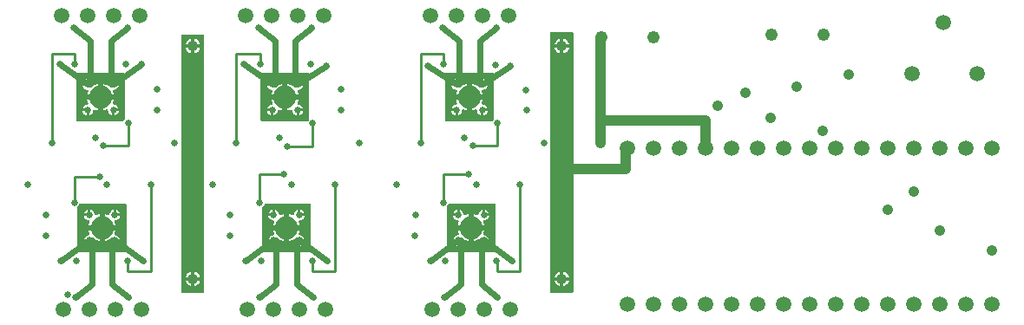
<source format=gbr>
G04 EAGLE Gerber RS-274X export*
G75*
%MOMM*%
%FSLAX34Y34*%
%LPD*%
%INCopper Layer 3*%
%IPPOS*%
%AMOC8*
5,1,8,0,0,1.08239X$1,22.5*%
G01*
%ADD10C,1.500000*%
%ADD11C,1.219200*%
%ADD12C,0.650000*%
%ADD13C,0.254000*%
%ADD14C,1.050000*%
%ADD15C,1.016000*%
%ADD16C,0.609600*%
%ADD17C,2.250000*%

G36*
X550118Y28746D02*
X550118Y28746D01*
X550237Y28753D01*
X550275Y28766D01*
X550316Y28771D01*
X550426Y28814D01*
X550539Y28851D01*
X550574Y28873D01*
X550611Y28888D01*
X550707Y28958D01*
X550808Y29021D01*
X550836Y29051D01*
X550869Y29074D01*
X550945Y29166D01*
X551026Y29253D01*
X551046Y29288D01*
X551071Y29319D01*
X551122Y29427D01*
X551180Y29531D01*
X551190Y29571D01*
X551207Y29607D01*
X551229Y29724D01*
X551259Y29839D01*
X551263Y29900D01*
X551267Y29920D01*
X551265Y29940D01*
X551269Y30000D01*
X551269Y282500D01*
X551254Y282618D01*
X551247Y282737D01*
X551234Y282775D01*
X551229Y282816D01*
X551186Y282926D01*
X551149Y283039D01*
X551127Y283074D01*
X551112Y283111D01*
X551043Y283207D01*
X550979Y283308D01*
X550949Y283336D01*
X550926Y283369D01*
X550834Y283445D01*
X550747Y283526D01*
X550712Y283546D01*
X550681Y283571D01*
X550573Y283622D01*
X550469Y283680D01*
X550429Y283690D01*
X550393Y283707D01*
X550276Y283729D01*
X550161Y283759D01*
X550101Y283763D01*
X550081Y283767D01*
X550060Y283765D01*
X550000Y283769D01*
X530000Y283769D01*
X529882Y283754D01*
X529763Y283747D01*
X529725Y283734D01*
X529684Y283729D01*
X529574Y283686D01*
X529461Y283649D01*
X529426Y283627D01*
X529389Y283612D01*
X529293Y283543D01*
X529192Y283479D01*
X529164Y283449D01*
X529131Y283426D01*
X529056Y283334D01*
X528974Y283247D01*
X528954Y283212D01*
X528929Y283181D01*
X528878Y283073D01*
X528820Y282969D01*
X528810Y282929D01*
X528793Y282893D01*
X528771Y282776D01*
X528741Y282661D01*
X528737Y282601D01*
X528733Y282581D01*
X528735Y282560D01*
X528731Y282500D01*
X528731Y30000D01*
X528746Y29882D01*
X528753Y29763D01*
X528766Y29725D01*
X528771Y29684D01*
X528814Y29574D01*
X528851Y29461D01*
X528873Y29426D01*
X528888Y29389D01*
X528958Y29293D01*
X529021Y29192D01*
X529051Y29164D01*
X529074Y29131D01*
X529166Y29056D01*
X529253Y28974D01*
X529288Y28954D01*
X529319Y28929D01*
X529427Y28878D01*
X529531Y28820D01*
X529571Y28810D01*
X529607Y28793D01*
X529724Y28771D01*
X529839Y28741D01*
X529900Y28737D01*
X529920Y28733D01*
X529940Y28735D01*
X530000Y28731D01*
X550000Y28731D01*
X550118Y28746D01*
G37*
G36*
X190118Y28746D02*
X190118Y28746D01*
X190237Y28753D01*
X190275Y28766D01*
X190316Y28771D01*
X190426Y28814D01*
X190539Y28851D01*
X190574Y28873D01*
X190611Y28888D01*
X190707Y28958D01*
X190808Y29021D01*
X190836Y29051D01*
X190869Y29074D01*
X190945Y29166D01*
X191026Y29253D01*
X191046Y29288D01*
X191071Y29319D01*
X191122Y29427D01*
X191180Y29531D01*
X191190Y29571D01*
X191207Y29607D01*
X191229Y29724D01*
X191259Y29839D01*
X191263Y29900D01*
X191267Y29920D01*
X191265Y29940D01*
X191269Y30000D01*
X191269Y280000D01*
X191254Y280118D01*
X191247Y280237D01*
X191234Y280275D01*
X191229Y280316D01*
X191186Y280426D01*
X191149Y280539D01*
X191127Y280574D01*
X191112Y280611D01*
X191043Y280707D01*
X190979Y280808D01*
X190949Y280836D01*
X190926Y280869D01*
X190834Y280945D01*
X190747Y281026D01*
X190712Y281046D01*
X190681Y281071D01*
X190573Y281122D01*
X190469Y281180D01*
X190429Y281190D01*
X190393Y281207D01*
X190276Y281229D01*
X190161Y281259D01*
X190101Y281263D01*
X190081Y281267D01*
X190060Y281265D01*
X190000Y281269D01*
X170000Y281269D01*
X169882Y281254D01*
X169763Y281247D01*
X169725Y281234D01*
X169684Y281229D01*
X169574Y281186D01*
X169461Y281149D01*
X169426Y281127D01*
X169389Y281112D01*
X169293Y281043D01*
X169192Y280979D01*
X169164Y280949D01*
X169131Y280926D01*
X169056Y280834D01*
X168974Y280747D01*
X168954Y280712D01*
X168929Y280681D01*
X168878Y280573D01*
X168820Y280469D01*
X168810Y280429D01*
X168793Y280393D01*
X168771Y280276D01*
X168741Y280161D01*
X168737Y280101D01*
X168733Y280081D01*
X168735Y280060D01*
X168731Y280000D01*
X168731Y30000D01*
X168746Y29882D01*
X168753Y29763D01*
X168766Y29725D01*
X168771Y29684D01*
X168814Y29574D01*
X168851Y29461D01*
X168873Y29426D01*
X168888Y29389D01*
X168958Y29293D01*
X169021Y29192D01*
X169051Y29164D01*
X169074Y29131D01*
X169166Y29056D01*
X169253Y28974D01*
X169288Y28954D01*
X169319Y28929D01*
X169427Y28878D01*
X169531Y28820D01*
X169571Y28810D01*
X169607Y28793D01*
X169724Y28771D01*
X169839Y28741D01*
X169900Y28737D01*
X169920Y28733D01*
X169940Y28735D01*
X170000Y28731D01*
X190000Y28731D01*
X190118Y28746D01*
G37*
G36*
X291551Y196243D02*
X291551Y196243D01*
X291650Y196246D01*
X291708Y196263D01*
X291768Y196271D01*
X291860Y196307D01*
X291955Y196335D01*
X292008Y196365D01*
X292064Y196388D01*
X292144Y196446D01*
X292229Y196496D01*
X292304Y196562D01*
X292321Y196574D01*
X292329Y196584D01*
X292350Y196603D01*
X293397Y197650D01*
X293458Y197728D01*
X293526Y197800D01*
X293555Y197854D01*
X293592Y197901D01*
X293632Y197992D01*
X293680Y198079D01*
X293695Y198137D01*
X293719Y198193D01*
X293734Y198291D01*
X293759Y198387D01*
X293765Y198487D01*
X293769Y198507D01*
X293767Y198519D01*
X293769Y198547D01*
X293769Y242500D01*
X293754Y242618D01*
X293747Y242737D01*
X293734Y242775D01*
X293729Y242816D01*
X293686Y242926D01*
X293649Y243039D01*
X293627Y243074D01*
X293612Y243111D01*
X293543Y243207D01*
X293479Y243308D01*
X293449Y243336D01*
X293426Y243369D01*
X293334Y243445D01*
X293247Y243526D01*
X293212Y243546D01*
X293181Y243571D01*
X293073Y243622D01*
X292969Y243680D01*
X292929Y243690D01*
X292893Y243707D01*
X292776Y243729D01*
X292661Y243759D01*
X292601Y243763D01*
X292581Y243767D01*
X292560Y243765D01*
X292500Y243769D01*
X247500Y243769D01*
X247382Y243754D01*
X247263Y243747D01*
X247225Y243734D01*
X247184Y243729D01*
X247074Y243686D01*
X246961Y243649D01*
X246926Y243627D01*
X246889Y243612D01*
X246793Y243543D01*
X246692Y243479D01*
X246664Y243449D01*
X246631Y243426D01*
X246556Y243334D01*
X246474Y243247D01*
X246454Y243212D01*
X246429Y243181D01*
X246378Y243073D01*
X246320Y242969D01*
X246310Y242929D01*
X246293Y242893D01*
X246271Y242776D01*
X246241Y242661D01*
X246237Y242601D01*
X246233Y242581D01*
X246235Y242560D01*
X246231Y242500D01*
X246231Y197500D01*
X246246Y197382D01*
X246253Y197263D01*
X246266Y197225D01*
X246271Y197184D01*
X246314Y197074D01*
X246351Y196961D01*
X246373Y196926D01*
X246388Y196889D01*
X246458Y196793D01*
X246521Y196692D01*
X246551Y196664D01*
X246574Y196631D01*
X246666Y196556D01*
X246753Y196474D01*
X246788Y196454D01*
X246819Y196429D01*
X246927Y196378D01*
X247031Y196320D01*
X247071Y196310D01*
X247107Y196293D01*
X247224Y196271D01*
X247339Y196241D01*
X247400Y196237D01*
X247420Y196233D01*
X247440Y196235D01*
X247500Y196231D01*
X291453Y196231D01*
X291551Y196243D01*
G37*
G36*
X111074Y196246D02*
X111074Y196246D01*
X111124Y196249D01*
X111153Y196250D01*
X111157Y196251D01*
X111193Y196253D01*
X111231Y196266D01*
X111272Y196271D01*
X111382Y196314D01*
X111426Y196329D01*
X111459Y196338D01*
X111463Y196341D01*
X111495Y196351D01*
X111530Y196373D01*
X111567Y196388D01*
X111663Y196458D01*
X111693Y196476D01*
X111733Y196500D01*
X111740Y196506D01*
X111764Y196521D01*
X111792Y196551D01*
X111825Y196574D01*
X111843Y196597D01*
X111854Y196606D01*
X113398Y198150D01*
X113458Y198228D01*
X113526Y198300D01*
X113555Y198353D01*
X113592Y198401D01*
X113632Y198492D01*
X113680Y198579D01*
X113695Y198637D01*
X113719Y198693D01*
X113734Y198791D01*
X113759Y198887D01*
X113765Y198987D01*
X113769Y199007D01*
X113767Y199019D01*
X113769Y199047D01*
X113769Y242500D01*
X113754Y242618D01*
X113747Y242737D01*
X113734Y242775D01*
X113729Y242816D01*
X113686Y242926D01*
X113649Y243039D01*
X113627Y243074D01*
X113612Y243111D01*
X113543Y243207D01*
X113479Y243308D01*
X113449Y243336D01*
X113426Y243369D01*
X113334Y243445D01*
X113247Y243526D01*
X113212Y243546D01*
X113181Y243571D01*
X113073Y243622D01*
X112969Y243680D01*
X112929Y243690D01*
X112893Y243707D01*
X112776Y243729D01*
X112661Y243759D01*
X112601Y243763D01*
X112581Y243767D01*
X112560Y243765D01*
X112500Y243769D01*
X67500Y243769D01*
X67382Y243754D01*
X67263Y243747D01*
X67225Y243734D01*
X67184Y243729D01*
X67074Y243686D01*
X66961Y243649D01*
X66926Y243627D01*
X66889Y243612D01*
X66793Y243543D01*
X66692Y243479D01*
X66664Y243449D01*
X66631Y243426D01*
X66556Y243334D01*
X66474Y243247D01*
X66454Y243212D01*
X66429Y243181D01*
X66378Y243073D01*
X66320Y242969D01*
X66310Y242929D01*
X66293Y242893D01*
X66271Y242776D01*
X66241Y242661D01*
X66237Y242601D01*
X66233Y242581D01*
X66235Y242560D01*
X66231Y242500D01*
X66231Y197500D01*
X66246Y197382D01*
X66253Y197263D01*
X66266Y197225D01*
X66271Y197184D01*
X66314Y197074D01*
X66351Y196961D01*
X66373Y196926D01*
X66388Y196889D01*
X66458Y196793D01*
X66521Y196692D01*
X66551Y196664D01*
X66574Y196631D01*
X66666Y196556D01*
X66753Y196474D01*
X66788Y196454D01*
X66819Y196429D01*
X66927Y196378D01*
X67031Y196320D01*
X67071Y196310D01*
X67107Y196293D01*
X67224Y196271D01*
X67339Y196241D01*
X67400Y196237D01*
X67420Y196233D01*
X67440Y196235D01*
X67500Y196231D01*
X110956Y196231D01*
X111074Y196246D01*
G37*
G36*
X471074Y196246D02*
X471074Y196246D01*
X471124Y196249D01*
X471153Y196250D01*
X471157Y196251D01*
X471193Y196253D01*
X471231Y196266D01*
X471272Y196271D01*
X471382Y196314D01*
X471426Y196329D01*
X471459Y196338D01*
X471463Y196341D01*
X471495Y196351D01*
X471530Y196373D01*
X471567Y196388D01*
X471663Y196458D01*
X471693Y196476D01*
X471733Y196500D01*
X471740Y196506D01*
X471764Y196521D01*
X471792Y196551D01*
X471825Y196574D01*
X471843Y196597D01*
X471854Y196606D01*
X473398Y198150D01*
X473458Y198228D01*
X473526Y198300D01*
X473555Y198353D01*
X473592Y198401D01*
X473632Y198492D01*
X473680Y198579D01*
X473695Y198637D01*
X473719Y198693D01*
X473734Y198791D01*
X473759Y198887D01*
X473765Y198987D01*
X473769Y199007D01*
X473767Y199019D01*
X473769Y199047D01*
X473769Y242500D01*
X473754Y242618D01*
X473747Y242737D01*
X473734Y242775D01*
X473729Y242816D01*
X473686Y242926D01*
X473649Y243039D01*
X473627Y243074D01*
X473612Y243111D01*
X473543Y243207D01*
X473479Y243308D01*
X473449Y243336D01*
X473426Y243369D01*
X473334Y243445D01*
X473247Y243526D01*
X473212Y243546D01*
X473181Y243571D01*
X473073Y243622D01*
X472969Y243680D01*
X472929Y243690D01*
X472893Y243707D01*
X472776Y243729D01*
X472661Y243759D01*
X472601Y243763D01*
X472581Y243767D01*
X472560Y243765D01*
X472500Y243769D01*
X427500Y243769D01*
X427382Y243754D01*
X427263Y243747D01*
X427225Y243734D01*
X427184Y243729D01*
X427074Y243686D01*
X426961Y243649D01*
X426926Y243627D01*
X426889Y243612D01*
X426793Y243543D01*
X426692Y243479D01*
X426664Y243449D01*
X426631Y243426D01*
X426556Y243334D01*
X426474Y243247D01*
X426454Y243212D01*
X426429Y243181D01*
X426378Y243073D01*
X426320Y242969D01*
X426310Y242929D01*
X426293Y242893D01*
X426271Y242776D01*
X426241Y242661D01*
X426237Y242601D01*
X426233Y242581D01*
X426235Y242560D01*
X426231Y242500D01*
X426231Y197500D01*
X426246Y197382D01*
X426253Y197263D01*
X426266Y197225D01*
X426271Y197184D01*
X426314Y197074D01*
X426351Y196961D01*
X426373Y196926D01*
X426388Y196889D01*
X426458Y196793D01*
X426521Y196692D01*
X426551Y196664D01*
X426574Y196631D01*
X426666Y196556D01*
X426753Y196474D01*
X426788Y196454D01*
X426819Y196429D01*
X426927Y196378D01*
X427031Y196320D01*
X427071Y196310D01*
X427107Y196293D01*
X427224Y196271D01*
X427339Y196241D01*
X427400Y196237D01*
X427420Y196233D01*
X427440Y196235D01*
X427500Y196231D01*
X470956Y196231D01*
X471074Y196246D01*
G37*
G36*
X114118Y68746D02*
X114118Y68746D01*
X114237Y68753D01*
X114275Y68766D01*
X114316Y68771D01*
X114426Y68814D01*
X114539Y68851D01*
X114574Y68873D01*
X114611Y68888D01*
X114707Y68958D01*
X114808Y69021D01*
X114836Y69051D01*
X114869Y69074D01*
X114945Y69166D01*
X115026Y69253D01*
X115046Y69288D01*
X115071Y69319D01*
X115122Y69427D01*
X115180Y69531D01*
X115190Y69571D01*
X115207Y69607D01*
X115229Y69724D01*
X115259Y69839D01*
X115263Y69900D01*
X115267Y69920D01*
X115265Y69940D01*
X115269Y70000D01*
X115269Y115000D01*
X115254Y115118D01*
X115247Y115237D01*
X115234Y115275D01*
X115229Y115316D01*
X115186Y115426D01*
X115149Y115539D01*
X115127Y115574D01*
X115112Y115611D01*
X115043Y115707D01*
X114979Y115808D01*
X114949Y115836D01*
X114926Y115869D01*
X114834Y115945D01*
X114747Y116026D01*
X114712Y116046D01*
X114681Y116071D01*
X114573Y116122D01*
X114469Y116180D01*
X114429Y116190D01*
X114393Y116207D01*
X114276Y116229D01*
X114161Y116259D01*
X114101Y116263D01*
X114081Y116267D01*
X114060Y116265D01*
X114000Y116269D01*
X70544Y116269D01*
X70426Y116254D01*
X70307Y116247D01*
X70269Y116234D01*
X70228Y116229D01*
X70118Y116186D01*
X70005Y116149D01*
X69970Y116127D01*
X69933Y116112D01*
X69837Y116043D01*
X69736Y115979D01*
X69708Y115949D01*
X69675Y115926D01*
X69599Y115834D01*
X69518Y115747D01*
X69498Y115712D01*
X69473Y115681D01*
X69422Y115573D01*
X69364Y115469D01*
X69354Y115429D01*
X69337Y115393D01*
X69315Y115276D01*
X69285Y115161D01*
X69281Y115101D01*
X69277Y115081D01*
X69279Y115060D01*
X69276Y115024D01*
X68103Y113850D01*
X68042Y113772D01*
X67974Y113700D01*
X67945Y113647D01*
X67908Y113599D01*
X67868Y113508D01*
X67820Y113421D01*
X67805Y113363D01*
X67781Y113307D01*
X67766Y113209D01*
X67741Y113113D01*
X67735Y113013D01*
X67731Y112993D01*
X67733Y112981D01*
X67731Y112953D01*
X67731Y70000D01*
X67746Y69882D01*
X67753Y69763D01*
X67766Y69725D01*
X67771Y69684D01*
X67814Y69574D01*
X67851Y69461D01*
X67873Y69426D01*
X67888Y69389D01*
X67958Y69293D01*
X68021Y69192D01*
X68051Y69164D01*
X68074Y69131D01*
X68166Y69056D01*
X68253Y68974D01*
X68288Y68954D01*
X68319Y68929D01*
X68427Y68878D01*
X68531Y68820D01*
X68571Y68810D01*
X68607Y68793D01*
X68724Y68771D01*
X68839Y68741D01*
X68900Y68737D01*
X68920Y68733D01*
X68940Y68735D01*
X69000Y68731D01*
X114000Y68731D01*
X114118Y68746D01*
G37*
G36*
X474118Y68746D02*
X474118Y68746D01*
X474237Y68753D01*
X474275Y68766D01*
X474316Y68771D01*
X474426Y68814D01*
X474539Y68851D01*
X474574Y68873D01*
X474611Y68888D01*
X474707Y68958D01*
X474808Y69021D01*
X474836Y69051D01*
X474869Y69074D01*
X474945Y69166D01*
X475026Y69253D01*
X475046Y69288D01*
X475071Y69319D01*
X475122Y69427D01*
X475180Y69531D01*
X475190Y69571D01*
X475207Y69607D01*
X475229Y69724D01*
X475259Y69839D01*
X475263Y69900D01*
X475267Y69920D01*
X475265Y69940D01*
X475269Y70000D01*
X475269Y115000D01*
X475254Y115118D01*
X475247Y115237D01*
X475234Y115275D01*
X475229Y115316D01*
X475186Y115426D01*
X475149Y115539D01*
X475127Y115574D01*
X475112Y115611D01*
X475043Y115707D01*
X474979Y115808D01*
X474949Y115836D01*
X474926Y115869D01*
X474834Y115945D01*
X474747Y116026D01*
X474712Y116046D01*
X474681Y116071D01*
X474573Y116122D01*
X474469Y116180D01*
X474429Y116190D01*
X474393Y116207D01*
X474276Y116229D01*
X474161Y116259D01*
X474101Y116263D01*
X474081Y116267D01*
X474060Y116265D01*
X474000Y116269D01*
X430544Y116269D01*
X430426Y116254D01*
X430307Y116247D01*
X430269Y116234D01*
X430228Y116229D01*
X430118Y116186D01*
X430005Y116149D01*
X429970Y116127D01*
X429933Y116112D01*
X429837Y116043D01*
X429736Y115979D01*
X429708Y115949D01*
X429675Y115926D01*
X429599Y115834D01*
X429518Y115747D01*
X429498Y115712D01*
X429473Y115681D01*
X429422Y115573D01*
X429364Y115469D01*
X429354Y115429D01*
X429337Y115393D01*
X429315Y115276D01*
X429285Y115161D01*
X429281Y115101D01*
X429277Y115081D01*
X429279Y115060D01*
X429276Y115024D01*
X428103Y113850D01*
X428042Y113772D01*
X427974Y113700D01*
X427945Y113647D01*
X427908Y113599D01*
X427868Y113508D01*
X427820Y113421D01*
X427805Y113363D01*
X427781Y113307D01*
X427766Y113209D01*
X427741Y113113D01*
X427735Y113013D01*
X427731Y112993D01*
X427733Y112981D01*
X427731Y112953D01*
X427731Y70000D01*
X427746Y69882D01*
X427753Y69763D01*
X427766Y69725D01*
X427771Y69684D01*
X427814Y69574D01*
X427851Y69461D01*
X427873Y69426D01*
X427888Y69389D01*
X427958Y69293D01*
X428021Y69192D01*
X428051Y69164D01*
X428074Y69131D01*
X428166Y69056D01*
X428253Y68974D01*
X428288Y68954D01*
X428319Y68929D01*
X428427Y68878D01*
X428531Y68820D01*
X428571Y68810D01*
X428607Y68793D01*
X428724Y68771D01*
X428839Y68741D01*
X428900Y68737D01*
X428920Y68733D01*
X428940Y68735D01*
X429000Y68731D01*
X474000Y68731D01*
X474118Y68746D01*
G37*
G36*
X294118Y68746D02*
X294118Y68746D01*
X294237Y68753D01*
X294275Y68766D01*
X294316Y68771D01*
X294426Y68814D01*
X294539Y68851D01*
X294574Y68873D01*
X294611Y68888D01*
X294707Y68958D01*
X294808Y69021D01*
X294836Y69051D01*
X294869Y69074D01*
X294945Y69166D01*
X295026Y69253D01*
X295046Y69288D01*
X295071Y69319D01*
X295122Y69427D01*
X295180Y69531D01*
X295190Y69571D01*
X295207Y69607D01*
X295229Y69724D01*
X295259Y69839D01*
X295263Y69900D01*
X295267Y69920D01*
X295265Y69940D01*
X295269Y70000D01*
X295269Y115000D01*
X295254Y115118D01*
X295247Y115237D01*
X295234Y115275D01*
X295229Y115316D01*
X295186Y115426D01*
X295149Y115539D01*
X295127Y115574D01*
X295112Y115611D01*
X295043Y115707D01*
X294979Y115808D01*
X294949Y115836D01*
X294926Y115869D01*
X294834Y115945D01*
X294747Y116026D01*
X294712Y116046D01*
X294681Y116071D01*
X294573Y116122D01*
X294469Y116180D01*
X294429Y116190D01*
X294393Y116207D01*
X294276Y116229D01*
X294161Y116259D01*
X294101Y116263D01*
X294081Y116267D01*
X294060Y116265D01*
X294000Y116269D01*
X251544Y116269D01*
X251426Y116254D01*
X251307Y116247D01*
X251269Y116234D01*
X251228Y116229D01*
X251118Y116186D01*
X251005Y116149D01*
X250970Y116127D01*
X250933Y116112D01*
X250837Y116043D01*
X250736Y115979D01*
X250708Y115949D01*
X250675Y115926D01*
X250599Y115834D01*
X250518Y115747D01*
X250498Y115712D01*
X250473Y115681D01*
X250422Y115573D01*
X250364Y115469D01*
X250354Y115429D01*
X250337Y115393D01*
X250315Y115276D01*
X250285Y115161D01*
X250281Y115101D01*
X250277Y115081D01*
X250279Y115060D01*
X250276Y115024D01*
X248103Y112850D01*
X248042Y112772D01*
X247974Y112700D01*
X247945Y112647D01*
X247908Y112599D01*
X247868Y112508D01*
X247820Y112421D01*
X247805Y112363D01*
X247781Y112307D01*
X247766Y112209D01*
X247741Y112113D01*
X247735Y112013D01*
X247731Y111993D01*
X247733Y111981D01*
X247731Y111953D01*
X247731Y70000D01*
X247746Y69882D01*
X247753Y69763D01*
X247766Y69725D01*
X247771Y69684D01*
X247814Y69574D01*
X247851Y69461D01*
X247873Y69426D01*
X247888Y69389D01*
X247958Y69293D01*
X248021Y69192D01*
X248051Y69164D01*
X248074Y69131D01*
X248166Y69056D01*
X248253Y68974D01*
X248288Y68954D01*
X248319Y68929D01*
X248427Y68878D01*
X248531Y68820D01*
X248571Y68810D01*
X248607Y68793D01*
X248724Y68771D01*
X248839Y68741D01*
X248900Y68737D01*
X248920Y68733D01*
X248940Y68735D01*
X249000Y68731D01*
X294000Y68731D01*
X294118Y68746D01*
G37*
%LPC*%
G36*
X94039Y95039D02*
X94039Y95039D01*
X94039Y105514D01*
X94603Y105424D01*
X96586Y104780D01*
X96923Y104608D01*
X97049Y104563D01*
X97173Y104513D01*
X97198Y104509D01*
X97222Y104501D01*
X97355Y104488D01*
X97488Y104470D01*
X97514Y104473D01*
X97539Y104471D01*
X97671Y104492D01*
X97804Y104507D01*
X97828Y104516D01*
X97853Y104520D01*
X97976Y104574D01*
X98101Y104622D01*
X98122Y104636D01*
X98145Y104647D01*
X98251Y104729D01*
X98360Y104806D01*
X98376Y104826D01*
X98396Y104841D01*
X98478Y104947D01*
X98565Y105050D01*
X98576Y105073D01*
X98591Y105093D01*
X98645Y105215D01*
X98703Y105336D01*
X98712Y105371D01*
X98718Y105384D01*
X98721Y105406D01*
X98744Y105492D01*
X98951Y106532D01*
X99347Y107487D01*
X99921Y108347D01*
X100653Y109079D01*
X101513Y109653D01*
X102468Y110049D01*
X102731Y110101D01*
X102731Y105000D01*
X102746Y104882D01*
X102753Y104763D01*
X102765Y104725D01*
X102770Y104685D01*
X102814Y104574D01*
X102851Y104461D01*
X102873Y104427D01*
X102887Y104389D01*
X102957Y104293D01*
X103021Y104192D01*
X103022Y104192D01*
X103051Y104164D01*
X103074Y104132D01*
X103075Y104131D01*
X103167Y104055D01*
X103253Y103974D01*
X103289Y103954D01*
X103320Y103928D01*
X103427Y103878D01*
X103532Y103820D01*
X103571Y103810D01*
X103607Y103793D01*
X103724Y103771D01*
X103840Y103741D01*
X103900Y103737D01*
X103920Y103733D01*
X103940Y103734D01*
X104000Y103731D01*
X109101Y103731D01*
X109049Y103468D01*
X108653Y102513D01*
X108079Y101653D01*
X107347Y100921D01*
X106487Y100347D01*
X105532Y99951D01*
X104492Y99744D01*
X104365Y99702D01*
X104236Y99665D01*
X104214Y99652D01*
X104190Y99644D01*
X104077Y99571D01*
X103962Y99503D01*
X103944Y99485D01*
X103923Y99471D01*
X103832Y99373D01*
X103737Y99278D01*
X103724Y99256D01*
X103707Y99238D01*
X103643Y99119D01*
X103575Y99005D01*
X103568Y98980D01*
X103556Y98958D01*
X103523Y98827D01*
X103486Y98699D01*
X103485Y98674D01*
X103479Y98649D01*
X103480Y98515D01*
X103476Y98381D01*
X103481Y98357D01*
X103481Y98331D01*
X103516Y98202D01*
X103545Y98071D01*
X103559Y98038D01*
X103563Y98024D01*
X103573Y98005D01*
X103608Y97923D01*
X103780Y97586D01*
X104424Y95603D01*
X104514Y95039D01*
X94039Y95039D01*
G37*
%LPD*%
%LPC*%
G36*
X454039Y95039D02*
X454039Y95039D01*
X454039Y105514D01*
X454603Y105424D01*
X456586Y104780D01*
X456923Y104608D01*
X457049Y104563D01*
X457173Y104513D01*
X457198Y104509D01*
X457222Y104501D01*
X457355Y104488D01*
X457488Y104470D01*
X457514Y104473D01*
X457539Y104471D01*
X457671Y104492D01*
X457804Y104507D01*
X457828Y104516D01*
X457853Y104520D01*
X457976Y104574D01*
X458101Y104622D01*
X458122Y104636D01*
X458145Y104647D01*
X458251Y104729D01*
X458360Y104806D01*
X458376Y104826D01*
X458396Y104841D01*
X458478Y104947D01*
X458565Y105050D01*
X458576Y105073D01*
X458591Y105093D01*
X458645Y105215D01*
X458703Y105336D01*
X458712Y105371D01*
X458718Y105384D01*
X458721Y105406D01*
X458744Y105492D01*
X458951Y106532D01*
X459347Y107487D01*
X459921Y108347D01*
X460653Y109079D01*
X461513Y109653D01*
X462468Y110049D01*
X462731Y110101D01*
X462731Y105000D01*
X462746Y104882D01*
X462753Y104763D01*
X462765Y104725D01*
X462770Y104685D01*
X462814Y104574D01*
X462851Y104461D01*
X462873Y104427D01*
X462887Y104389D01*
X462957Y104293D01*
X463021Y104192D01*
X463022Y104192D01*
X463051Y104164D01*
X463074Y104132D01*
X463075Y104131D01*
X463167Y104055D01*
X463253Y103974D01*
X463289Y103954D01*
X463320Y103928D01*
X463427Y103878D01*
X463532Y103820D01*
X463571Y103810D01*
X463607Y103793D01*
X463724Y103771D01*
X463840Y103741D01*
X463900Y103737D01*
X463920Y103733D01*
X463940Y103734D01*
X464000Y103731D01*
X469101Y103731D01*
X469049Y103468D01*
X468653Y102513D01*
X468079Y101653D01*
X467347Y100921D01*
X466487Y100347D01*
X465532Y99951D01*
X464492Y99744D01*
X464365Y99702D01*
X464236Y99665D01*
X464214Y99652D01*
X464190Y99644D01*
X464077Y99571D01*
X463962Y99503D01*
X463944Y99485D01*
X463923Y99471D01*
X463832Y99373D01*
X463737Y99278D01*
X463724Y99256D01*
X463707Y99238D01*
X463643Y99119D01*
X463575Y99005D01*
X463568Y98980D01*
X463556Y98958D01*
X463523Y98827D01*
X463486Y98699D01*
X463485Y98674D01*
X463479Y98649D01*
X463480Y98515D01*
X463476Y98381D01*
X463481Y98357D01*
X463481Y98331D01*
X463516Y98202D01*
X463545Y98071D01*
X463559Y98038D01*
X463563Y98024D01*
X463573Y98005D01*
X463608Y97923D01*
X463780Y97586D01*
X464424Y95603D01*
X464514Y95039D01*
X454039Y95039D01*
G37*
%LPD*%
%LPC*%
G36*
X274039Y95039D02*
X274039Y95039D01*
X274039Y105514D01*
X274603Y105424D01*
X276586Y104780D01*
X276923Y104608D01*
X277049Y104563D01*
X277173Y104513D01*
X277198Y104509D01*
X277222Y104501D01*
X277355Y104488D01*
X277488Y104470D01*
X277514Y104473D01*
X277539Y104471D01*
X277671Y104492D01*
X277804Y104507D01*
X277828Y104516D01*
X277853Y104520D01*
X277976Y104574D01*
X278101Y104622D01*
X278122Y104636D01*
X278145Y104647D01*
X278251Y104729D01*
X278360Y104806D01*
X278376Y104826D01*
X278396Y104841D01*
X278478Y104947D01*
X278565Y105050D01*
X278576Y105073D01*
X278591Y105093D01*
X278645Y105215D01*
X278703Y105336D01*
X278712Y105371D01*
X278718Y105384D01*
X278721Y105406D01*
X278744Y105492D01*
X278951Y106532D01*
X279347Y107487D01*
X279921Y108347D01*
X280653Y109079D01*
X281513Y109653D01*
X282468Y110049D01*
X282731Y110101D01*
X282731Y105000D01*
X282746Y104882D01*
X282753Y104763D01*
X282765Y104725D01*
X282770Y104685D01*
X282814Y104574D01*
X282851Y104461D01*
X282873Y104427D01*
X282887Y104389D01*
X282957Y104293D01*
X283021Y104192D01*
X283022Y104192D01*
X283051Y104164D01*
X283074Y104132D01*
X283075Y104131D01*
X283167Y104055D01*
X283253Y103974D01*
X283289Y103954D01*
X283320Y103928D01*
X283427Y103878D01*
X283532Y103820D01*
X283571Y103810D01*
X283607Y103793D01*
X283724Y103771D01*
X283840Y103741D01*
X283900Y103737D01*
X283920Y103733D01*
X283940Y103734D01*
X284000Y103731D01*
X289101Y103731D01*
X289049Y103468D01*
X288653Y102513D01*
X288079Y101653D01*
X287347Y100921D01*
X286487Y100347D01*
X285532Y99951D01*
X284492Y99744D01*
X284365Y99702D01*
X284236Y99665D01*
X284214Y99652D01*
X284190Y99644D01*
X284077Y99571D01*
X283962Y99503D01*
X283944Y99485D01*
X283923Y99471D01*
X283832Y99373D01*
X283737Y99278D01*
X283724Y99256D01*
X283707Y99238D01*
X283643Y99119D01*
X283575Y99005D01*
X283568Y98980D01*
X283556Y98958D01*
X283523Y98827D01*
X283486Y98699D01*
X283485Y98674D01*
X283479Y98649D01*
X283480Y98515D01*
X283476Y98381D01*
X283481Y98357D01*
X283481Y98331D01*
X283516Y98202D01*
X283545Y98071D01*
X283559Y98038D01*
X283563Y98024D01*
X283573Y98005D01*
X283608Y97923D01*
X283780Y97586D01*
X284424Y95603D01*
X284514Y95039D01*
X274039Y95039D01*
G37*
%LPD*%
%LPC*%
G36*
X258486Y95039D02*
X258486Y95039D01*
X258576Y95603D01*
X259220Y97586D01*
X259392Y97923D01*
X259437Y98049D01*
X259487Y98173D01*
X259491Y98198D01*
X259499Y98222D01*
X259512Y98355D01*
X259530Y98488D01*
X259527Y98514D01*
X259529Y98539D01*
X259508Y98671D01*
X259493Y98804D01*
X259484Y98828D01*
X259480Y98853D01*
X259426Y98976D01*
X259378Y99101D01*
X259364Y99122D01*
X259353Y99145D01*
X259271Y99251D01*
X259194Y99360D01*
X259174Y99376D01*
X259159Y99396D01*
X259053Y99478D01*
X258950Y99565D01*
X258927Y99576D01*
X258907Y99591D01*
X258785Y99645D01*
X258664Y99703D01*
X258629Y99712D01*
X258616Y99718D01*
X258594Y99721D01*
X258508Y99744D01*
X257468Y99951D01*
X256513Y100347D01*
X255653Y100921D01*
X254921Y101653D01*
X254347Y102513D01*
X253951Y103468D01*
X253899Y103731D01*
X259000Y103731D01*
X259118Y103746D01*
X259237Y103753D01*
X259275Y103765D01*
X259315Y103770D01*
X259426Y103814D01*
X259539Y103851D01*
X259573Y103873D01*
X259611Y103887D01*
X259707Y103957D01*
X259808Y104021D01*
X259808Y104022D01*
X259836Y104051D01*
X259868Y104074D01*
X259869Y104075D01*
X259945Y104167D01*
X260026Y104253D01*
X260046Y104289D01*
X260072Y104320D01*
X260122Y104427D01*
X260180Y104532D01*
X260190Y104571D01*
X260207Y104607D01*
X260229Y104724D01*
X260259Y104840D01*
X260263Y104900D01*
X260267Y104920D01*
X260266Y104940D01*
X260269Y105000D01*
X260269Y110101D01*
X260532Y110049D01*
X261487Y109653D01*
X262347Y109079D01*
X263079Y108347D01*
X263653Y107487D01*
X264049Y106532D01*
X264256Y105492D01*
X264298Y105365D01*
X264335Y105236D01*
X264348Y105214D01*
X264356Y105190D01*
X264429Y105077D01*
X264497Y104962D01*
X264515Y104944D01*
X264529Y104923D01*
X264627Y104832D01*
X264722Y104737D01*
X264744Y104724D01*
X264762Y104707D01*
X264881Y104643D01*
X264995Y104575D01*
X265020Y104568D01*
X265042Y104556D01*
X265173Y104523D01*
X265301Y104486D01*
X265326Y104485D01*
X265351Y104479D01*
X265485Y104480D01*
X265619Y104476D01*
X265643Y104481D01*
X265669Y104481D01*
X265798Y104516D01*
X265929Y104545D01*
X265962Y104559D01*
X265976Y104563D01*
X265995Y104573D01*
X266077Y104608D01*
X266414Y104780D01*
X268397Y105424D01*
X268961Y105514D01*
X268961Y95039D01*
X258486Y95039D01*
G37*
%LPD*%
%LPC*%
G36*
X438486Y95039D02*
X438486Y95039D01*
X438576Y95603D01*
X439220Y97586D01*
X439392Y97923D01*
X439437Y98049D01*
X439487Y98173D01*
X439491Y98198D01*
X439499Y98222D01*
X439512Y98355D01*
X439530Y98488D01*
X439527Y98514D01*
X439529Y98539D01*
X439508Y98671D01*
X439493Y98804D01*
X439484Y98828D01*
X439480Y98853D01*
X439426Y98976D01*
X439378Y99101D01*
X439364Y99122D01*
X439353Y99145D01*
X439271Y99251D01*
X439194Y99360D01*
X439174Y99376D01*
X439159Y99396D01*
X439053Y99478D01*
X438950Y99565D01*
X438927Y99576D01*
X438907Y99591D01*
X438785Y99645D01*
X438664Y99703D01*
X438629Y99712D01*
X438616Y99718D01*
X438594Y99721D01*
X438508Y99744D01*
X437468Y99951D01*
X436513Y100347D01*
X435653Y100921D01*
X434921Y101653D01*
X434347Y102513D01*
X433951Y103468D01*
X433899Y103731D01*
X439000Y103731D01*
X439118Y103746D01*
X439237Y103753D01*
X439275Y103765D01*
X439315Y103770D01*
X439426Y103814D01*
X439539Y103851D01*
X439573Y103873D01*
X439611Y103887D01*
X439707Y103957D01*
X439808Y104021D01*
X439808Y104022D01*
X439836Y104051D01*
X439868Y104074D01*
X439869Y104075D01*
X439945Y104167D01*
X440026Y104253D01*
X440046Y104289D01*
X440072Y104320D01*
X440122Y104427D01*
X440180Y104532D01*
X440190Y104571D01*
X440207Y104607D01*
X440229Y104724D01*
X440259Y104840D01*
X440263Y104900D01*
X440267Y104920D01*
X440266Y104940D01*
X440269Y105000D01*
X440269Y110101D01*
X440532Y110049D01*
X441487Y109653D01*
X442347Y109079D01*
X443079Y108347D01*
X443653Y107487D01*
X444049Y106532D01*
X444256Y105492D01*
X444298Y105365D01*
X444335Y105236D01*
X444348Y105214D01*
X444356Y105190D01*
X444429Y105077D01*
X444497Y104962D01*
X444515Y104944D01*
X444529Y104923D01*
X444627Y104832D01*
X444722Y104737D01*
X444744Y104724D01*
X444762Y104707D01*
X444881Y104643D01*
X444995Y104575D01*
X445020Y104568D01*
X445042Y104556D01*
X445173Y104523D01*
X445301Y104486D01*
X445326Y104485D01*
X445351Y104479D01*
X445485Y104480D01*
X445619Y104476D01*
X445643Y104481D01*
X445669Y104481D01*
X445798Y104516D01*
X445929Y104545D01*
X445962Y104559D01*
X445976Y104563D01*
X445995Y104573D01*
X446077Y104608D01*
X446414Y104780D01*
X448397Y105424D01*
X448961Y105514D01*
X448961Y95039D01*
X438486Y95039D01*
G37*
%LPD*%
%LPC*%
G36*
X78486Y95039D02*
X78486Y95039D01*
X78576Y95603D01*
X79220Y97586D01*
X79392Y97923D01*
X79437Y98049D01*
X79487Y98173D01*
X79491Y98198D01*
X79499Y98222D01*
X79512Y98355D01*
X79530Y98488D01*
X79527Y98514D01*
X79529Y98539D01*
X79508Y98671D01*
X79493Y98804D01*
X79484Y98828D01*
X79480Y98853D01*
X79426Y98976D01*
X79378Y99101D01*
X79364Y99122D01*
X79353Y99145D01*
X79271Y99251D01*
X79194Y99360D01*
X79174Y99376D01*
X79159Y99396D01*
X79053Y99478D01*
X78950Y99565D01*
X78927Y99576D01*
X78907Y99591D01*
X78785Y99645D01*
X78664Y99703D01*
X78629Y99712D01*
X78616Y99718D01*
X78594Y99721D01*
X78508Y99744D01*
X77468Y99951D01*
X76513Y100347D01*
X75653Y100921D01*
X74921Y101653D01*
X74347Y102513D01*
X73951Y103468D01*
X73899Y103731D01*
X79000Y103731D01*
X79118Y103746D01*
X79237Y103753D01*
X79275Y103765D01*
X79315Y103770D01*
X79426Y103814D01*
X79539Y103851D01*
X79573Y103873D01*
X79611Y103887D01*
X79707Y103957D01*
X79808Y104021D01*
X79808Y104022D01*
X79836Y104051D01*
X79868Y104074D01*
X79869Y104075D01*
X79945Y104167D01*
X80026Y104253D01*
X80046Y104289D01*
X80072Y104320D01*
X80122Y104427D01*
X80180Y104532D01*
X80190Y104571D01*
X80207Y104607D01*
X80229Y104724D01*
X80259Y104840D01*
X80263Y104900D01*
X80267Y104920D01*
X80266Y104940D01*
X80269Y105000D01*
X80269Y110101D01*
X80532Y110049D01*
X81487Y109653D01*
X82347Y109079D01*
X83079Y108347D01*
X83653Y107487D01*
X84049Y106532D01*
X84256Y105492D01*
X84298Y105365D01*
X84335Y105236D01*
X84348Y105214D01*
X84356Y105190D01*
X84429Y105077D01*
X84497Y104962D01*
X84515Y104944D01*
X84529Y104923D01*
X84627Y104832D01*
X84722Y104737D01*
X84744Y104724D01*
X84762Y104707D01*
X84881Y104643D01*
X84995Y104575D01*
X85020Y104568D01*
X85042Y104556D01*
X85173Y104523D01*
X85301Y104486D01*
X85326Y104485D01*
X85351Y104479D01*
X85485Y104480D01*
X85619Y104476D01*
X85643Y104481D01*
X85669Y104481D01*
X85798Y104516D01*
X85929Y104545D01*
X85962Y104559D01*
X85976Y104563D01*
X85995Y104573D01*
X86077Y104608D01*
X86414Y104780D01*
X88397Y105424D01*
X88961Y105514D01*
X88961Y95039D01*
X78486Y95039D01*
G37*
%LPD*%
%LPC*%
G36*
X460968Y202451D02*
X460968Y202451D01*
X460013Y202847D01*
X459153Y203421D01*
X458421Y204153D01*
X457847Y205013D01*
X457451Y205968D01*
X457244Y207008D01*
X457202Y207135D01*
X457165Y207264D01*
X457152Y207286D01*
X457144Y207310D01*
X457071Y207423D01*
X457003Y207538D01*
X456985Y207556D01*
X456971Y207577D01*
X456873Y207668D01*
X456778Y207763D01*
X456756Y207776D01*
X456738Y207793D01*
X456619Y207857D01*
X456505Y207925D01*
X456480Y207932D01*
X456458Y207944D01*
X456327Y207977D01*
X456199Y208014D01*
X456174Y208015D01*
X456149Y208021D01*
X456015Y208020D01*
X455881Y208024D01*
X455857Y208019D01*
X455831Y208019D01*
X455702Y207984D01*
X455571Y207955D01*
X455538Y207941D01*
X455524Y207937D01*
X455505Y207927D01*
X455423Y207892D01*
X455086Y207720D01*
X453103Y207076D01*
X452539Y206986D01*
X452539Y217461D01*
X463014Y217461D01*
X462924Y216897D01*
X462280Y214914D01*
X462108Y214577D01*
X462067Y214463D01*
X462034Y214393D01*
X462030Y214369D01*
X462013Y214327D01*
X462009Y214302D01*
X462001Y214278D01*
X461989Y214156D01*
X461975Y214081D01*
X461976Y214057D01*
X461970Y214012D01*
X461973Y213986D01*
X461971Y213961D01*
X461990Y213842D01*
X461994Y213763D01*
X462002Y213740D01*
X462007Y213696D01*
X462016Y213672D01*
X462020Y213647D01*
X462068Y213538D01*
X462092Y213461D01*
X462106Y213439D01*
X462122Y213399D01*
X462136Y213378D01*
X462147Y213355D01*
X462217Y213264D01*
X462263Y213192D01*
X462283Y213173D01*
X462306Y213140D01*
X462326Y213124D01*
X462341Y213104D01*
X462429Y213036D01*
X462494Y212974D01*
X462520Y212960D01*
X462550Y212935D01*
X462573Y212924D01*
X462593Y212909D01*
X462690Y212866D01*
X462773Y212821D01*
X462804Y212813D01*
X462836Y212797D01*
X462871Y212788D01*
X462884Y212782D01*
X462906Y212779D01*
X462992Y212756D01*
X464032Y212549D01*
X464987Y212153D01*
X465847Y211579D01*
X466579Y210847D01*
X467153Y209987D01*
X467549Y209032D01*
X467601Y208769D01*
X462500Y208769D01*
X462382Y208754D01*
X462263Y208747D01*
X462225Y208735D01*
X462185Y208730D01*
X462074Y208686D01*
X461961Y208649D01*
X461927Y208627D01*
X461889Y208613D01*
X461793Y208543D01*
X461692Y208479D01*
X461692Y208478D01*
X461664Y208449D01*
X461632Y208426D01*
X461632Y208425D01*
X461631Y208425D01*
X461555Y208333D01*
X461474Y208247D01*
X461454Y208211D01*
X461428Y208180D01*
X461378Y208073D01*
X461320Y207968D01*
X461310Y207929D01*
X461293Y207893D01*
X461271Y207776D01*
X461241Y207660D01*
X461237Y207600D01*
X461233Y207580D01*
X461234Y207560D01*
X461231Y207500D01*
X461231Y202399D01*
X460968Y202451D01*
G37*
%LPD*%
%LPC*%
G36*
X100968Y202451D02*
X100968Y202451D01*
X100013Y202847D01*
X99153Y203421D01*
X98421Y204153D01*
X97847Y205013D01*
X97451Y205968D01*
X97244Y207008D01*
X97202Y207135D01*
X97165Y207264D01*
X97152Y207286D01*
X97144Y207310D01*
X97071Y207423D01*
X97003Y207538D01*
X96985Y207556D01*
X96971Y207577D01*
X96873Y207668D01*
X96778Y207763D01*
X96756Y207776D01*
X96738Y207793D01*
X96619Y207857D01*
X96505Y207925D01*
X96480Y207932D01*
X96458Y207944D01*
X96327Y207977D01*
X96199Y208014D01*
X96174Y208015D01*
X96149Y208021D01*
X96015Y208020D01*
X95881Y208024D01*
X95857Y208019D01*
X95831Y208019D01*
X95702Y207984D01*
X95571Y207955D01*
X95538Y207941D01*
X95524Y207937D01*
X95505Y207927D01*
X95423Y207892D01*
X95086Y207720D01*
X93103Y207076D01*
X92539Y206986D01*
X92539Y217461D01*
X103014Y217461D01*
X102924Y216897D01*
X102280Y214914D01*
X102108Y214577D01*
X102067Y214463D01*
X102034Y214393D01*
X102030Y214369D01*
X102013Y214327D01*
X102009Y214302D01*
X102001Y214278D01*
X101989Y214156D01*
X101975Y214081D01*
X101976Y214057D01*
X101970Y214012D01*
X101973Y213986D01*
X101971Y213961D01*
X101990Y213842D01*
X101994Y213763D01*
X102002Y213740D01*
X102007Y213696D01*
X102016Y213672D01*
X102020Y213647D01*
X102068Y213538D01*
X102092Y213461D01*
X102106Y213439D01*
X102122Y213399D01*
X102136Y213378D01*
X102147Y213355D01*
X102217Y213264D01*
X102263Y213192D01*
X102283Y213173D01*
X102306Y213140D01*
X102326Y213124D01*
X102341Y213104D01*
X102429Y213036D01*
X102494Y212974D01*
X102520Y212960D01*
X102550Y212935D01*
X102573Y212924D01*
X102593Y212909D01*
X102690Y212866D01*
X102773Y212821D01*
X102804Y212813D01*
X102836Y212797D01*
X102871Y212788D01*
X102884Y212782D01*
X102906Y212779D01*
X102992Y212756D01*
X104032Y212549D01*
X104987Y212153D01*
X105847Y211579D01*
X106579Y210847D01*
X107153Y209987D01*
X107549Y209032D01*
X107601Y208769D01*
X102500Y208769D01*
X102382Y208754D01*
X102263Y208747D01*
X102225Y208735D01*
X102185Y208730D01*
X102074Y208686D01*
X101961Y208649D01*
X101927Y208627D01*
X101889Y208613D01*
X101793Y208543D01*
X101692Y208479D01*
X101692Y208478D01*
X101664Y208449D01*
X101632Y208426D01*
X101632Y208425D01*
X101631Y208425D01*
X101555Y208333D01*
X101474Y208247D01*
X101454Y208211D01*
X101428Y208180D01*
X101378Y208073D01*
X101320Y207968D01*
X101310Y207929D01*
X101293Y207893D01*
X101271Y207776D01*
X101241Y207660D01*
X101237Y207600D01*
X101233Y207580D01*
X101234Y207560D01*
X101231Y207500D01*
X101231Y202399D01*
X100968Y202451D01*
G37*
%LPD*%
%LPC*%
G36*
X280968Y202451D02*
X280968Y202451D01*
X280013Y202847D01*
X279153Y203421D01*
X278421Y204153D01*
X277847Y205013D01*
X277451Y205968D01*
X277244Y207008D01*
X277202Y207135D01*
X277165Y207264D01*
X277152Y207286D01*
X277144Y207310D01*
X277071Y207423D01*
X277003Y207538D01*
X276985Y207556D01*
X276971Y207577D01*
X276873Y207668D01*
X276778Y207763D01*
X276756Y207776D01*
X276738Y207793D01*
X276619Y207857D01*
X276505Y207925D01*
X276480Y207932D01*
X276458Y207944D01*
X276327Y207977D01*
X276199Y208014D01*
X276174Y208015D01*
X276149Y208021D01*
X276015Y208020D01*
X275881Y208024D01*
X275857Y208019D01*
X275831Y208019D01*
X275702Y207984D01*
X275571Y207955D01*
X275538Y207941D01*
X275524Y207937D01*
X275505Y207927D01*
X275423Y207892D01*
X275086Y207720D01*
X273103Y207076D01*
X272539Y206986D01*
X272539Y217461D01*
X283014Y217461D01*
X282924Y216897D01*
X282280Y214914D01*
X282108Y214577D01*
X282067Y214463D01*
X282034Y214393D01*
X282030Y214369D01*
X282013Y214327D01*
X282009Y214302D01*
X282001Y214278D01*
X281989Y214156D01*
X281975Y214081D01*
X281976Y214057D01*
X281970Y214012D01*
X281973Y213986D01*
X281971Y213961D01*
X281990Y213842D01*
X281994Y213763D01*
X282002Y213740D01*
X282007Y213696D01*
X282016Y213672D01*
X282020Y213647D01*
X282068Y213538D01*
X282092Y213461D01*
X282106Y213439D01*
X282122Y213399D01*
X282136Y213378D01*
X282147Y213355D01*
X282217Y213264D01*
X282263Y213192D01*
X282283Y213173D01*
X282306Y213140D01*
X282326Y213124D01*
X282341Y213104D01*
X282429Y213036D01*
X282494Y212974D01*
X282520Y212960D01*
X282550Y212935D01*
X282573Y212924D01*
X282593Y212909D01*
X282690Y212866D01*
X282773Y212821D01*
X282804Y212813D01*
X282836Y212797D01*
X282871Y212788D01*
X282884Y212782D01*
X282906Y212779D01*
X282992Y212756D01*
X284032Y212549D01*
X284987Y212153D01*
X285847Y211579D01*
X286579Y210847D01*
X287153Y209987D01*
X287549Y209032D01*
X287601Y208769D01*
X282500Y208769D01*
X282382Y208754D01*
X282263Y208747D01*
X282225Y208735D01*
X282185Y208730D01*
X282074Y208686D01*
X281961Y208649D01*
X281927Y208627D01*
X281889Y208613D01*
X281793Y208543D01*
X281692Y208479D01*
X281692Y208478D01*
X281664Y208449D01*
X281632Y208426D01*
X281632Y208425D01*
X281631Y208425D01*
X281555Y208333D01*
X281474Y208247D01*
X281454Y208211D01*
X281428Y208180D01*
X281378Y208073D01*
X281320Y207968D01*
X281310Y207929D01*
X281293Y207893D01*
X281271Y207776D01*
X281241Y207660D01*
X281237Y207600D01*
X281233Y207580D01*
X281234Y207560D01*
X281231Y207500D01*
X281231Y202399D01*
X280968Y202451D01*
G37*
%LPD*%
%LPC*%
G36*
X438769Y207500D02*
X438769Y207500D01*
X438754Y207618D01*
X438747Y207737D01*
X438735Y207775D01*
X438730Y207815D01*
X438686Y207926D01*
X438649Y208039D01*
X438627Y208073D01*
X438613Y208111D01*
X438543Y208207D01*
X438479Y208308D01*
X438478Y208308D01*
X438449Y208336D01*
X438426Y208368D01*
X438425Y208369D01*
X438333Y208445D01*
X438247Y208526D01*
X438211Y208546D01*
X438180Y208572D01*
X438073Y208622D01*
X437968Y208680D01*
X437929Y208690D01*
X437893Y208707D01*
X437776Y208729D01*
X437660Y208759D01*
X437600Y208763D01*
X437580Y208767D01*
X437560Y208766D01*
X437500Y208769D01*
X432399Y208769D01*
X432451Y209032D01*
X432847Y209987D01*
X433421Y210847D01*
X434153Y211579D01*
X435013Y212153D01*
X435968Y212549D01*
X437008Y212756D01*
X437041Y212767D01*
X437074Y212771D01*
X437165Y212807D01*
X437264Y212835D01*
X437286Y212848D01*
X437310Y212856D01*
X437341Y212876D01*
X437370Y212888D01*
X437444Y212942D01*
X437538Y212997D01*
X437556Y213015D01*
X437577Y213029D01*
X437604Y213058D01*
X437627Y213075D01*
X437683Y213142D01*
X437763Y213222D01*
X437776Y213244D01*
X437793Y213262D01*
X437813Y213299D01*
X437830Y213320D01*
X437865Y213395D01*
X437925Y213495D01*
X437932Y213520D01*
X437944Y213542D01*
X437955Y213585D01*
X437966Y213607D01*
X437981Y213686D01*
X438014Y213801D01*
X438015Y213826D01*
X438021Y213851D01*
X438021Y213896D01*
X438025Y213920D01*
X438020Y213998D01*
X438024Y214119D01*
X438019Y214143D01*
X438019Y214169D01*
X438007Y214213D01*
X438006Y214237D01*
X437982Y214311D01*
X437955Y214429D01*
X437941Y214462D01*
X437937Y214476D01*
X437927Y214495D01*
X437892Y214577D01*
X437720Y214914D01*
X437076Y216897D01*
X436986Y217461D01*
X447461Y217461D01*
X447461Y206986D01*
X446897Y207076D01*
X444914Y207720D01*
X444577Y207892D01*
X444451Y207937D01*
X444327Y207987D01*
X444302Y207991D01*
X444278Y207999D01*
X444145Y208012D01*
X444012Y208030D01*
X443986Y208027D01*
X443961Y208029D01*
X443829Y208008D01*
X443696Y207993D01*
X443672Y207984D01*
X443647Y207980D01*
X443524Y207926D01*
X443399Y207878D01*
X443378Y207864D01*
X443355Y207853D01*
X443249Y207771D01*
X443140Y207694D01*
X443124Y207674D01*
X443104Y207659D01*
X443022Y207553D01*
X442935Y207450D01*
X442924Y207427D01*
X442909Y207407D01*
X442855Y207285D01*
X442797Y207164D01*
X442788Y207129D01*
X442782Y207116D01*
X442779Y207094D01*
X442756Y207008D01*
X442549Y205968D01*
X442153Y205013D01*
X441579Y204153D01*
X440847Y203421D01*
X439987Y202847D01*
X439032Y202451D01*
X438769Y202399D01*
X438769Y207500D01*
G37*
%LPD*%
%LPC*%
G36*
X78769Y207500D02*
X78769Y207500D01*
X78754Y207618D01*
X78747Y207737D01*
X78735Y207775D01*
X78730Y207815D01*
X78686Y207926D01*
X78649Y208039D01*
X78627Y208073D01*
X78613Y208111D01*
X78543Y208207D01*
X78479Y208308D01*
X78478Y208308D01*
X78449Y208336D01*
X78426Y208368D01*
X78425Y208369D01*
X78333Y208445D01*
X78247Y208526D01*
X78211Y208546D01*
X78180Y208572D01*
X78073Y208622D01*
X77968Y208680D01*
X77929Y208690D01*
X77893Y208707D01*
X77776Y208729D01*
X77660Y208759D01*
X77600Y208763D01*
X77580Y208767D01*
X77560Y208766D01*
X77500Y208769D01*
X72399Y208769D01*
X72451Y209032D01*
X72847Y209987D01*
X73421Y210847D01*
X74153Y211579D01*
X75013Y212153D01*
X75968Y212549D01*
X77008Y212756D01*
X77041Y212767D01*
X77074Y212771D01*
X77165Y212807D01*
X77264Y212835D01*
X77286Y212848D01*
X77310Y212856D01*
X77341Y212876D01*
X77370Y212888D01*
X77444Y212942D01*
X77538Y212997D01*
X77556Y213015D01*
X77577Y213029D01*
X77604Y213058D01*
X77627Y213075D01*
X77683Y213142D01*
X77763Y213222D01*
X77776Y213244D01*
X77793Y213262D01*
X77813Y213299D01*
X77830Y213320D01*
X77865Y213395D01*
X77925Y213495D01*
X77932Y213520D01*
X77944Y213542D01*
X77955Y213585D01*
X77966Y213607D01*
X77981Y213686D01*
X78014Y213801D01*
X78015Y213826D01*
X78021Y213851D01*
X78021Y213896D01*
X78025Y213920D01*
X78020Y213998D01*
X78024Y214119D01*
X78019Y214143D01*
X78019Y214169D01*
X78007Y214213D01*
X78006Y214237D01*
X77982Y214311D01*
X77955Y214429D01*
X77941Y214462D01*
X77937Y214476D01*
X77927Y214495D01*
X77892Y214577D01*
X77720Y214914D01*
X77076Y216897D01*
X76986Y217461D01*
X87461Y217461D01*
X87461Y206986D01*
X86897Y207076D01*
X84914Y207720D01*
X84577Y207892D01*
X84451Y207937D01*
X84327Y207987D01*
X84302Y207991D01*
X84278Y207999D01*
X84145Y208012D01*
X84012Y208030D01*
X83986Y208027D01*
X83961Y208029D01*
X83829Y208008D01*
X83696Y207993D01*
X83672Y207984D01*
X83647Y207980D01*
X83524Y207926D01*
X83399Y207878D01*
X83378Y207864D01*
X83355Y207853D01*
X83249Y207771D01*
X83140Y207694D01*
X83124Y207674D01*
X83104Y207659D01*
X83022Y207553D01*
X82935Y207450D01*
X82924Y207427D01*
X82909Y207407D01*
X82855Y207285D01*
X82797Y207164D01*
X82788Y207129D01*
X82782Y207116D01*
X82779Y207094D01*
X82756Y207008D01*
X82549Y205968D01*
X82153Y205013D01*
X81579Y204153D01*
X80847Y203421D01*
X79987Y202847D01*
X79032Y202451D01*
X78769Y202399D01*
X78769Y207500D01*
G37*
%LPD*%
%LPC*%
G36*
X258769Y207500D02*
X258769Y207500D01*
X258754Y207618D01*
X258747Y207737D01*
X258735Y207775D01*
X258730Y207815D01*
X258686Y207926D01*
X258649Y208039D01*
X258627Y208073D01*
X258613Y208111D01*
X258543Y208207D01*
X258479Y208308D01*
X258478Y208308D01*
X258449Y208336D01*
X258426Y208368D01*
X258425Y208369D01*
X258333Y208445D01*
X258247Y208526D01*
X258211Y208546D01*
X258180Y208572D01*
X258073Y208622D01*
X257968Y208680D01*
X257929Y208690D01*
X257893Y208707D01*
X257776Y208729D01*
X257660Y208759D01*
X257600Y208763D01*
X257580Y208767D01*
X257560Y208766D01*
X257500Y208769D01*
X252399Y208769D01*
X252451Y209032D01*
X252847Y209987D01*
X253421Y210847D01*
X254153Y211579D01*
X255013Y212153D01*
X255968Y212549D01*
X257008Y212756D01*
X257041Y212767D01*
X257074Y212771D01*
X257165Y212807D01*
X257264Y212835D01*
X257286Y212848D01*
X257310Y212856D01*
X257341Y212876D01*
X257370Y212888D01*
X257444Y212942D01*
X257538Y212997D01*
X257556Y213015D01*
X257577Y213029D01*
X257604Y213058D01*
X257627Y213075D01*
X257683Y213142D01*
X257763Y213222D01*
X257776Y213244D01*
X257793Y213262D01*
X257813Y213299D01*
X257830Y213320D01*
X257865Y213395D01*
X257925Y213495D01*
X257932Y213520D01*
X257944Y213542D01*
X257955Y213585D01*
X257966Y213607D01*
X257981Y213686D01*
X258014Y213801D01*
X258015Y213826D01*
X258021Y213851D01*
X258021Y213896D01*
X258025Y213920D01*
X258020Y213998D01*
X258024Y214119D01*
X258019Y214143D01*
X258019Y214169D01*
X258007Y214213D01*
X258006Y214237D01*
X257982Y214311D01*
X257955Y214429D01*
X257941Y214462D01*
X257937Y214476D01*
X257927Y214495D01*
X257892Y214577D01*
X257720Y214914D01*
X257076Y216897D01*
X256986Y217461D01*
X267461Y217461D01*
X267461Y206986D01*
X266897Y207076D01*
X264914Y207720D01*
X264577Y207892D01*
X264451Y207937D01*
X264327Y207987D01*
X264302Y207991D01*
X264278Y207999D01*
X264145Y208012D01*
X264012Y208030D01*
X263986Y208027D01*
X263961Y208029D01*
X263829Y208008D01*
X263696Y207993D01*
X263672Y207984D01*
X263647Y207980D01*
X263524Y207926D01*
X263399Y207878D01*
X263378Y207864D01*
X263355Y207853D01*
X263249Y207771D01*
X263140Y207694D01*
X263124Y207674D01*
X263104Y207659D01*
X263022Y207553D01*
X262935Y207450D01*
X262924Y207427D01*
X262909Y207407D01*
X262855Y207285D01*
X262797Y207164D01*
X262788Y207129D01*
X262782Y207116D01*
X262779Y207094D01*
X262756Y207008D01*
X262549Y205968D01*
X262153Y205013D01*
X261579Y204153D01*
X260847Y203421D01*
X259987Y202847D01*
X259032Y202451D01*
X258769Y202399D01*
X258769Y207500D01*
G37*
%LPD*%
%LPC*%
G36*
X272539Y222539D02*
X272539Y222539D01*
X272539Y233014D01*
X273103Y232924D01*
X275086Y232280D01*
X275423Y232108D01*
X275549Y232063D01*
X275673Y232013D01*
X275698Y232009D01*
X275722Y232001D01*
X275855Y231988D01*
X275988Y231970D01*
X276014Y231973D01*
X276039Y231971D01*
X276171Y231992D01*
X276287Y232005D01*
X276301Y231961D01*
X276314Y231940D01*
X276323Y231917D01*
X276399Y231806D01*
X276471Y231692D01*
X276489Y231675D01*
X276503Y231655D01*
X276605Y231566D01*
X276703Y231474D01*
X276725Y231462D01*
X276743Y231446D01*
X276882Y231365D01*
X276883Y231365D01*
X276934Y231347D01*
X276981Y231321D01*
X276982Y231321D01*
X276982Y231320D01*
X277084Y231294D01*
X277183Y231259D01*
X277237Y231254D01*
X277290Y231241D01*
X277451Y231231D01*
X282500Y231231D01*
X287601Y231231D01*
X287549Y230968D01*
X287153Y230013D01*
X286579Y229153D01*
X285847Y228421D01*
X284987Y227847D01*
X284032Y227451D01*
X282992Y227244D01*
X282865Y227202D01*
X282736Y227165D01*
X282714Y227152D01*
X282690Y227144D01*
X282577Y227071D01*
X282462Y227003D01*
X282444Y226985D01*
X282423Y226971D01*
X282332Y226873D01*
X282237Y226778D01*
X282224Y226756D01*
X282207Y226738D01*
X282143Y226619D01*
X282075Y226505D01*
X282068Y226480D01*
X282056Y226458D01*
X282023Y226327D01*
X281986Y226199D01*
X281985Y226174D01*
X281979Y226149D01*
X281980Y226015D01*
X281976Y225881D01*
X281981Y225857D01*
X281981Y225831D01*
X282016Y225702D01*
X282045Y225571D01*
X282059Y225538D01*
X282063Y225524D01*
X282073Y225505D01*
X282108Y225423D01*
X282280Y225086D01*
X282924Y223103D01*
X283014Y222539D01*
X272539Y222539D01*
G37*
%LPD*%
%LPC*%
G36*
X452539Y222539D02*
X452539Y222539D01*
X452539Y233014D01*
X453103Y232924D01*
X455086Y232280D01*
X455423Y232108D01*
X455549Y232063D01*
X455673Y232013D01*
X455698Y232009D01*
X455722Y232001D01*
X455855Y231988D01*
X455988Y231970D01*
X456014Y231973D01*
X456039Y231971D01*
X456171Y231992D01*
X456287Y232005D01*
X456301Y231961D01*
X456321Y231929D01*
X456334Y231895D01*
X456406Y231796D01*
X456471Y231692D01*
X456498Y231667D01*
X456520Y231637D01*
X456614Y231558D01*
X456703Y231474D01*
X456735Y231456D01*
X456764Y231432D01*
X456904Y231354D01*
X456905Y231354D01*
X456945Y231341D01*
X456981Y231321D01*
X456982Y231321D01*
X456982Y231320D01*
X457096Y231291D01*
X457207Y231254D01*
X457249Y231251D01*
X457290Y231241D01*
X457451Y231231D01*
X462500Y231231D01*
X467601Y231231D01*
X467549Y230968D01*
X467153Y230013D01*
X466579Y229153D01*
X465847Y228421D01*
X464987Y227847D01*
X464032Y227451D01*
X462992Y227244D01*
X462865Y227202D01*
X462736Y227165D01*
X462714Y227152D01*
X462690Y227144D01*
X462577Y227071D01*
X462462Y227003D01*
X462444Y226985D01*
X462423Y226971D01*
X462332Y226873D01*
X462237Y226778D01*
X462224Y226756D01*
X462207Y226738D01*
X462143Y226619D01*
X462075Y226505D01*
X462068Y226480D01*
X462056Y226458D01*
X462023Y226327D01*
X461986Y226199D01*
X461985Y226174D01*
X461979Y226149D01*
X461980Y226015D01*
X461976Y225881D01*
X461981Y225857D01*
X461981Y225831D01*
X462016Y225702D01*
X462045Y225571D01*
X462059Y225538D01*
X462063Y225524D01*
X462073Y225505D01*
X462108Y225423D01*
X462280Y225086D01*
X462924Y223103D01*
X463014Y222539D01*
X452539Y222539D01*
G37*
%LPD*%
%LPC*%
G36*
X92539Y222539D02*
X92539Y222539D01*
X92539Y233014D01*
X93103Y232924D01*
X95086Y232280D01*
X95423Y232108D01*
X95549Y232063D01*
X95673Y232013D01*
X95698Y232009D01*
X95722Y232001D01*
X95855Y231988D01*
X95988Y231970D01*
X96014Y231973D01*
X96039Y231971D01*
X96171Y231992D01*
X96287Y232005D01*
X96301Y231961D01*
X96321Y231929D01*
X96334Y231895D01*
X96406Y231796D01*
X96471Y231692D01*
X96498Y231667D01*
X96520Y231637D01*
X96614Y231558D01*
X96703Y231474D01*
X96735Y231456D01*
X96764Y231432D01*
X96904Y231354D01*
X96905Y231354D01*
X96945Y231341D01*
X96981Y231321D01*
X96982Y231321D01*
X96982Y231320D01*
X97096Y231291D01*
X97207Y231254D01*
X97249Y231251D01*
X97290Y231241D01*
X97451Y231231D01*
X102500Y231231D01*
X107601Y231231D01*
X107549Y230968D01*
X107153Y230013D01*
X106579Y229153D01*
X105847Y228421D01*
X104987Y227847D01*
X104032Y227451D01*
X102992Y227244D01*
X102865Y227202D01*
X102736Y227165D01*
X102714Y227152D01*
X102690Y227144D01*
X102577Y227071D01*
X102462Y227003D01*
X102444Y226985D01*
X102423Y226971D01*
X102332Y226873D01*
X102237Y226778D01*
X102224Y226756D01*
X102207Y226738D01*
X102143Y226619D01*
X102075Y226505D01*
X102068Y226480D01*
X102056Y226458D01*
X102023Y226327D01*
X101986Y226199D01*
X101985Y226174D01*
X101979Y226149D01*
X101980Y226015D01*
X101976Y225881D01*
X101981Y225857D01*
X101981Y225831D01*
X102016Y225702D01*
X102045Y225571D01*
X102059Y225538D01*
X102063Y225524D01*
X102073Y225505D01*
X102108Y225423D01*
X102280Y225086D01*
X102924Y223103D01*
X103014Y222539D01*
X92539Y222539D01*
G37*
%LPD*%
%LPC*%
G36*
X436986Y222539D02*
X436986Y222539D01*
X437076Y223103D01*
X437720Y225086D01*
X437892Y225423D01*
X437937Y225549D01*
X437987Y225673D01*
X437991Y225698D01*
X437999Y225722D01*
X438012Y225855D01*
X438030Y225988D01*
X438027Y226014D01*
X438029Y226039D01*
X438008Y226171D01*
X437993Y226304D01*
X437984Y226328D01*
X437980Y226353D01*
X437926Y226476D01*
X437878Y226601D01*
X437864Y226622D01*
X437853Y226645D01*
X437771Y226751D01*
X437694Y226860D01*
X437674Y226876D01*
X437659Y226896D01*
X437553Y226978D01*
X437450Y227065D01*
X437427Y227076D01*
X437407Y227091D01*
X437285Y227145D01*
X437164Y227203D01*
X437129Y227212D01*
X437116Y227218D01*
X437094Y227221D01*
X437008Y227244D01*
X435968Y227451D01*
X435013Y227847D01*
X434153Y228421D01*
X433421Y229153D01*
X432847Y230013D01*
X432451Y230968D01*
X432399Y231231D01*
X437500Y231231D01*
X442549Y231231D01*
X442591Y231236D01*
X442633Y231233D01*
X442748Y231256D01*
X442865Y231270D01*
X442904Y231286D01*
X442945Y231294D01*
X443095Y231354D01*
X443096Y231354D01*
X443127Y231374D01*
X443160Y231387D01*
X443161Y231388D01*
X443260Y231460D01*
X443363Y231526D01*
X443389Y231553D01*
X443418Y231575D01*
X443497Y231669D01*
X443580Y231759D01*
X443598Y231791D01*
X443621Y231820D01*
X443674Y231931D01*
X443717Y232010D01*
X443801Y231986D01*
X443826Y231985D01*
X443851Y231979D01*
X443985Y231980D01*
X444119Y231976D01*
X444143Y231981D01*
X444169Y231981D01*
X444298Y232016D01*
X444429Y232045D01*
X444462Y232059D01*
X444476Y232063D01*
X444495Y232073D01*
X444577Y232108D01*
X444914Y232280D01*
X446897Y232924D01*
X447461Y233014D01*
X447461Y222539D01*
X436986Y222539D01*
G37*
%LPD*%
%LPC*%
G36*
X76986Y222539D02*
X76986Y222539D01*
X77076Y223103D01*
X77720Y225086D01*
X77892Y225423D01*
X77937Y225549D01*
X77987Y225673D01*
X77991Y225698D01*
X77999Y225722D01*
X78012Y225855D01*
X78030Y225988D01*
X78027Y226014D01*
X78029Y226039D01*
X78008Y226171D01*
X77993Y226304D01*
X77984Y226328D01*
X77980Y226353D01*
X77926Y226476D01*
X77878Y226601D01*
X77864Y226622D01*
X77853Y226645D01*
X77771Y226751D01*
X77694Y226860D01*
X77674Y226876D01*
X77659Y226896D01*
X77553Y226978D01*
X77450Y227065D01*
X77427Y227076D01*
X77407Y227091D01*
X77285Y227145D01*
X77164Y227203D01*
X77129Y227212D01*
X77116Y227218D01*
X77094Y227221D01*
X77008Y227244D01*
X75968Y227451D01*
X75013Y227847D01*
X74153Y228421D01*
X73421Y229153D01*
X72847Y230013D01*
X72451Y230968D01*
X72399Y231231D01*
X77500Y231231D01*
X82549Y231231D01*
X82591Y231236D01*
X82633Y231233D01*
X82748Y231256D01*
X82865Y231270D01*
X82904Y231286D01*
X82945Y231294D01*
X83095Y231354D01*
X83096Y231354D01*
X83127Y231374D01*
X83160Y231387D01*
X83161Y231388D01*
X83260Y231460D01*
X83363Y231526D01*
X83389Y231553D01*
X83418Y231575D01*
X83497Y231669D01*
X83580Y231759D01*
X83598Y231791D01*
X83621Y231820D01*
X83674Y231931D01*
X83717Y232010D01*
X83801Y231986D01*
X83826Y231985D01*
X83851Y231979D01*
X83985Y231980D01*
X84119Y231976D01*
X84143Y231981D01*
X84169Y231981D01*
X84298Y232016D01*
X84429Y232045D01*
X84462Y232059D01*
X84476Y232063D01*
X84495Y232073D01*
X84577Y232108D01*
X84914Y232280D01*
X86897Y232924D01*
X87461Y233014D01*
X87461Y222539D01*
X76986Y222539D01*
G37*
%LPD*%
%LPC*%
G36*
X256986Y222539D02*
X256986Y222539D01*
X257076Y223103D01*
X257720Y225086D01*
X257892Y225423D01*
X257937Y225549D01*
X257987Y225673D01*
X257991Y225698D01*
X257999Y225722D01*
X258012Y225855D01*
X258030Y225988D01*
X258027Y226014D01*
X258029Y226039D01*
X258008Y226171D01*
X257993Y226304D01*
X257984Y226328D01*
X257980Y226353D01*
X257926Y226476D01*
X257878Y226601D01*
X257864Y226622D01*
X257853Y226645D01*
X257771Y226751D01*
X257694Y226860D01*
X257674Y226876D01*
X257659Y226896D01*
X257553Y226978D01*
X257450Y227065D01*
X257427Y227076D01*
X257407Y227091D01*
X257285Y227145D01*
X257164Y227203D01*
X257129Y227212D01*
X257116Y227218D01*
X257094Y227221D01*
X257008Y227244D01*
X255968Y227451D01*
X255013Y227847D01*
X254153Y228421D01*
X253421Y229153D01*
X252847Y230013D01*
X252451Y230968D01*
X252399Y231231D01*
X257500Y231231D01*
X262549Y231231D01*
X262580Y231234D01*
X262611Y231232D01*
X262737Y231254D01*
X262865Y231270D01*
X262893Y231282D01*
X262924Y231287D01*
X263074Y231344D01*
X263075Y231345D01*
X263116Y231370D01*
X263160Y231387D01*
X263161Y231388D01*
X263251Y231453D01*
X263346Y231511D01*
X263379Y231546D01*
X263419Y231575D01*
X263489Y231660D01*
X263567Y231740D01*
X263591Y231782D01*
X263621Y231820D01*
X263669Y231920D01*
X263719Y232010D01*
X263801Y231986D01*
X263826Y231985D01*
X263851Y231979D01*
X263985Y231980D01*
X264119Y231976D01*
X264143Y231981D01*
X264169Y231981D01*
X264298Y232016D01*
X264429Y232045D01*
X264462Y232059D01*
X264476Y232063D01*
X264495Y232073D01*
X264577Y232108D01*
X264914Y232280D01*
X266897Y232924D01*
X267461Y233014D01*
X267461Y222539D01*
X256986Y222539D01*
G37*
%LPD*%
%LPC*%
G36*
X274039Y89961D02*
X274039Y89961D01*
X284514Y89961D01*
X284424Y89397D01*
X283780Y87414D01*
X283608Y87077D01*
X283568Y86964D01*
X283534Y86893D01*
X283530Y86868D01*
X283513Y86827D01*
X283509Y86802D01*
X283501Y86778D01*
X283489Y86658D01*
X283475Y86581D01*
X283476Y86556D01*
X283470Y86512D01*
X283473Y86486D01*
X283471Y86461D01*
X283489Y86343D01*
X283494Y86263D01*
X283502Y86239D01*
X283507Y86196D01*
X283516Y86172D01*
X283520Y86147D01*
X283567Y86039D01*
X283592Y85961D01*
X283607Y85938D01*
X283622Y85899D01*
X283636Y85878D01*
X283647Y85855D01*
X283717Y85765D01*
X283762Y85692D01*
X283783Y85673D01*
X283806Y85640D01*
X283826Y85624D01*
X283841Y85604D01*
X283928Y85536D01*
X283994Y85474D01*
X284021Y85460D01*
X284050Y85435D01*
X284073Y85424D01*
X284093Y85409D01*
X284189Y85367D01*
X284273Y85321D01*
X284304Y85313D01*
X284336Y85297D01*
X284371Y85288D01*
X284384Y85282D01*
X284406Y85279D01*
X284492Y85256D01*
X285532Y85049D01*
X286487Y84653D01*
X287347Y84079D01*
X288079Y83347D01*
X288653Y82487D01*
X289049Y81532D01*
X289101Y81269D01*
X284000Y81269D01*
X278951Y81269D01*
X278897Y81263D01*
X278842Y81265D01*
X278739Y81243D01*
X278635Y81230D01*
X278584Y81210D01*
X278531Y81198D01*
X278383Y81135D01*
X278382Y81135D01*
X278362Y81121D01*
X278339Y81113D01*
X278339Y81112D01*
X278230Y81033D01*
X278118Y80958D01*
X278101Y80940D01*
X278081Y80925D01*
X277996Y80822D01*
X277906Y80721D01*
X277894Y80699D01*
X277879Y80680D01*
X277821Y80559D01*
X277785Y80489D01*
X277699Y80514D01*
X277674Y80515D01*
X277649Y80521D01*
X277515Y80520D01*
X277381Y80524D01*
X277357Y80519D01*
X277331Y80519D01*
X277202Y80484D01*
X277071Y80455D01*
X277038Y80441D01*
X277024Y80437D01*
X277005Y80427D01*
X276923Y80392D01*
X276586Y80220D01*
X274603Y79576D01*
X274039Y79486D01*
X274039Y89961D01*
G37*
%LPD*%
%LPC*%
G36*
X94039Y89961D02*
X94039Y89961D01*
X104514Y89961D01*
X104424Y89397D01*
X103780Y87414D01*
X103608Y87077D01*
X103568Y86964D01*
X103534Y86893D01*
X103530Y86868D01*
X103513Y86827D01*
X103509Y86802D01*
X103501Y86778D01*
X103489Y86658D01*
X103475Y86581D01*
X103476Y86556D01*
X103470Y86512D01*
X103473Y86486D01*
X103471Y86461D01*
X103489Y86343D01*
X103494Y86263D01*
X103502Y86239D01*
X103507Y86196D01*
X103516Y86172D01*
X103520Y86147D01*
X103567Y86039D01*
X103592Y85961D01*
X103607Y85938D01*
X103622Y85899D01*
X103636Y85878D01*
X103647Y85855D01*
X103717Y85765D01*
X103762Y85692D01*
X103783Y85673D01*
X103806Y85640D01*
X103826Y85624D01*
X103841Y85604D01*
X103928Y85536D01*
X103994Y85474D01*
X104021Y85460D01*
X104050Y85435D01*
X104073Y85424D01*
X104093Y85409D01*
X104189Y85367D01*
X104273Y85321D01*
X104304Y85313D01*
X104336Y85297D01*
X104371Y85288D01*
X104384Y85282D01*
X104406Y85279D01*
X104492Y85256D01*
X105532Y85049D01*
X106487Y84653D01*
X107347Y84079D01*
X108079Y83347D01*
X108653Y82487D01*
X109049Y81532D01*
X109101Y81269D01*
X104000Y81269D01*
X98951Y81269D01*
X98897Y81263D01*
X98842Y81265D01*
X98739Y81243D01*
X98635Y81230D01*
X98584Y81210D01*
X98531Y81198D01*
X98383Y81135D01*
X98382Y81135D01*
X98362Y81121D01*
X98339Y81113D01*
X98339Y81112D01*
X98230Y81033D01*
X98118Y80958D01*
X98101Y80940D01*
X98081Y80925D01*
X97996Y80822D01*
X97906Y80721D01*
X97894Y80699D01*
X97879Y80680D01*
X97821Y80559D01*
X97785Y80489D01*
X97699Y80514D01*
X97674Y80515D01*
X97649Y80521D01*
X97515Y80520D01*
X97381Y80524D01*
X97357Y80519D01*
X97331Y80519D01*
X97202Y80484D01*
X97071Y80455D01*
X97038Y80441D01*
X97024Y80437D01*
X97005Y80427D01*
X96923Y80392D01*
X96586Y80220D01*
X94603Y79576D01*
X94039Y79486D01*
X94039Y89961D01*
G37*
%LPD*%
%LPC*%
G36*
X454039Y89961D02*
X454039Y89961D01*
X464514Y89961D01*
X464424Y89397D01*
X463780Y87414D01*
X463608Y87077D01*
X463568Y86964D01*
X463534Y86893D01*
X463530Y86868D01*
X463513Y86827D01*
X463509Y86802D01*
X463501Y86778D01*
X463489Y86658D01*
X463475Y86581D01*
X463476Y86556D01*
X463470Y86512D01*
X463473Y86486D01*
X463471Y86461D01*
X463489Y86343D01*
X463494Y86263D01*
X463502Y86239D01*
X463507Y86196D01*
X463516Y86172D01*
X463520Y86147D01*
X463567Y86039D01*
X463592Y85961D01*
X463607Y85938D01*
X463622Y85899D01*
X463636Y85878D01*
X463647Y85855D01*
X463717Y85765D01*
X463762Y85692D01*
X463783Y85673D01*
X463806Y85640D01*
X463826Y85624D01*
X463841Y85604D01*
X463928Y85536D01*
X463994Y85474D01*
X464021Y85460D01*
X464050Y85435D01*
X464073Y85424D01*
X464093Y85409D01*
X464189Y85367D01*
X464273Y85321D01*
X464304Y85313D01*
X464336Y85297D01*
X464371Y85288D01*
X464384Y85282D01*
X464406Y85279D01*
X464492Y85256D01*
X465532Y85049D01*
X466487Y84653D01*
X467347Y84079D01*
X468079Y83347D01*
X468653Y82487D01*
X469049Y81532D01*
X469101Y81269D01*
X464000Y81269D01*
X458951Y81269D01*
X458909Y81264D01*
X458867Y81267D01*
X458752Y81244D01*
X458635Y81230D01*
X458596Y81214D01*
X458554Y81206D01*
X458405Y81146D01*
X458404Y81146D01*
X458373Y81126D01*
X458339Y81113D01*
X458339Y81112D01*
X458240Y81040D01*
X458137Y80974D01*
X458111Y80947D01*
X458081Y80925D01*
X458003Y80831D01*
X457920Y80741D01*
X457902Y80709D01*
X457879Y80680D01*
X457826Y80569D01*
X457783Y80490D01*
X457699Y80514D01*
X457674Y80515D01*
X457649Y80521D01*
X457515Y80520D01*
X457381Y80524D01*
X457357Y80519D01*
X457331Y80519D01*
X457202Y80484D01*
X457071Y80455D01*
X457038Y80441D01*
X457024Y80437D01*
X457005Y80427D01*
X456923Y80392D01*
X456586Y80220D01*
X454603Y79576D01*
X454039Y79486D01*
X454039Y89961D01*
G37*
%LPD*%
%LPC*%
G36*
X268397Y79576D02*
X268397Y79576D01*
X266414Y80220D01*
X266077Y80392D01*
X265951Y80437D01*
X265827Y80487D01*
X265802Y80491D01*
X265778Y80499D01*
X265645Y80512D01*
X265512Y80530D01*
X265486Y80527D01*
X265461Y80529D01*
X265329Y80508D01*
X265213Y80495D01*
X265199Y80539D01*
X265186Y80560D01*
X265177Y80583D01*
X265101Y80694D01*
X265029Y80808D01*
X265011Y80825D01*
X264997Y80845D01*
X264895Y80933D01*
X264797Y81026D01*
X264775Y81038D01*
X264757Y81054D01*
X264618Y81135D01*
X264617Y81135D01*
X264566Y81153D01*
X264519Y81179D01*
X264518Y81180D01*
X264416Y81206D01*
X264317Y81241D01*
X264263Y81246D01*
X264210Y81259D01*
X264049Y81269D01*
X259000Y81269D01*
X253899Y81269D01*
X253951Y81532D01*
X254347Y82487D01*
X254921Y83347D01*
X255653Y84079D01*
X256513Y84653D01*
X257468Y85049D01*
X258508Y85256D01*
X258541Y85267D01*
X258574Y85271D01*
X258665Y85307D01*
X258764Y85335D01*
X258786Y85348D01*
X258810Y85356D01*
X258841Y85376D01*
X258870Y85388D01*
X258945Y85442D01*
X259038Y85497D01*
X259056Y85515D01*
X259077Y85529D01*
X259104Y85558D01*
X259127Y85575D01*
X259184Y85643D01*
X259263Y85722D01*
X259276Y85744D01*
X259293Y85762D01*
X259313Y85799D01*
X259330Y85820D01*
X259366Y85896D01*
X259425Y85995D01*
X259432Y86020D01*
X259444Y86042D01*
X259455Y86084D01*
X259466Y86107D01*
X259481Y86187D01*
X259514Y86301D01*
X259515Y86326D01*
X259521Y86351D01*
X259521Y86395D01*
X259525Y86420D01*
X259521Y86499D01*
X259524Y86619D01*
X259519Y86643D01*
X259519Y86669D01*
X259507Y86712D01*
X259506Y86737D01*
X259481Y86812D01*
X259455Y86929D01*
X259441Y86962D01*
X259437Y86976D01*
X259427Y86995D01*
X259408Y87039D01*
X259408Y87040D01*
X259392Y87077D01*
X259220Y87414D01*
X258576Y89397D01*
X258486Y89961D01*
X268961Y89961D01*
X268961Y79486D01*
X268397Y79576D01*
G37*
%LPD*%
%LPC*%
G36*
X88397Y79576D02*
X88397Y79576D01*
X86414Y80220D01*
X86077Y80392D01*
X85951Y80437D01*
X85827Y80487D01*
X85802Y80491D01*
X85778Y80499D01*
X85645Y80512D01*
X85512Y80530D01*
X85486Y80527D01*
X85461Y80529D01*
X85329Y80508D01*
X85213Y80495D01*
X85199Y80539D01*
X85179Y80571D01*
X85166Y80605D01*
X85094Y80704D01*
X85029Y80808D01*
X85002Y80833D01*
X84980Y80863D01*
X84886Y80942D01*
X84797Y81026D01*
X84765Y81044D01*
X84736Y81067D01*
X84596Y81146D01*
X84595Y81146D01*
X84555Y81159D01*
X84519Y81179D01*
X84518Y81179D01*
X84518Y81180D01*
X84404Y81209D01*
X84293Y81246D01*
X84251Y81249D01*
X84210Y81259D01*
X84049Y81269D01*
X79000Y81269D01*
X73899Y81269D01*
X73951Y81532D01*
X74347Y82487D01*
X74921Y83347D01*
X75653Y84079D01*
X76513Y84653D01*
X77468Y85049D01*
X78508Y85256D01*
X78541Y85267D01*
X78574Y85271D01*
X78665Y85307D01*
X78764Y85335D01*
X78786Y85348D01*
X78810Y85356D01*
X78841Y85376D01*
X78870Y85388D01*
X78945Y85442D01*
X79038Y85497D01*
X79056Y85515D01*
X79077Y85529D01*
X79104Y85558D01*
X79127Y85575D01*
X79184Y85643D01*
X79263Y85722D01*
X79276Y85744D01*
X79293Y85762D01*
X79313Y85799D01*
X79330Y85820D01*
X79366Y85896D01*
X79425Y85995D01*
X79432Y86020D01*
X79444Y86042D01*
X79455Y86084D01*
X79466Y86107D01*
X79481Y86187D01*
X79514Y86301D01*
X79515Y86326D01*
X79521Y86351D01*
X79521Y86395D01*
X79525Y86420D01*
X79521Y86499D01*
X79524Y86619D01*
X79519Y86643D01*
X79519Y86669D01*
X79507Y86712D01*
X79506Y86737D01*
X79481Y86812D01*
X79455Y86929D01*
X79441Y86962D01*
X79437Y86976D01*
X79427Y86995D01*
X79408Y87039D01*
X79408Y87040D01*
X79392Y87077D01*
X79220Y87414D01*
X78576Y89397D01*
X78486Y89961D01*
X88961Y89961D01*
X88961Y79486D01*
X88397Y79576D01*
G37*
%LPD*%
%LPC*%
G36*
X448397Y79576D02*
X448397Y79576D01*
X446414Y80220D01*
X446077Y80392D01*
X445951Y80437D01*
X445827Y80487D01*
X445802Y80491D01*
X445778Y80499D01*
X445645Y80512D01*
X445512Y80530D01*
X445486Y80527D01*
X445461Y80529D01*
X445329Y80508D01*
X445213Y80495D01*
X445199Y80539D01*
X445173Y80580D01*
X445155Y80625D01*
X445088Y80714D01*
X445029Y80808D01*
X444994Y80841D01*
X444965Y80880D01*
X444878Y80950D01*
X444797Y81026D01*
X444755Y81049D01*
X444717Y81080D01*
X444575Y81155D01*
X444575Y81156D01*
X444545Y81165D01*
X444519Y81179D01*
X444518Y81179D01*
X444518Y81180D01*
X444394Y81212D01*
X444271Y81250D01*
X444240Y81251D01*
X444210Y81259D01*
X444049Y81269D01*
X439000Y81269D01*
X433899Y81269D01*
X433951Y81532D01*
X434347Y82487D01*
X434921Y83347D01*
X435653Y84079D01*
X436513Y84653D01*
X437468Y85049D01*
X438508Y85256D01*
X438541Y85267D01*
X438574Y85271D01*
X438665Y85307D01*
X438764Y85335D01*
X438786Y85348D01*
X438810Y85356D01*
X438841Y85376D01*
X438870Y85388D01*
X438945Y85442D01*
X439038Y85497D01*
X439056Y85515D01*
X439077Y85529D01*
X439104Y85558D01*
X439127Y85575D01*
X439184Y85643D01*
X439263Y85722D01*
X439276Y85744D01*
X439293Y85762D01*
X439313Y85799D01*
X439330Y85820D01*
X439366Y85896D01*
X439425Y85995D01*
X439432Y86020D01*
X439444Y86042D01*
X439455Y86084D01*
X439466Y86107D01*
X439481Y86187D01*
X439514Y86301D01*
X439515Y86326D01*
X439521Y86351D01*
X439521Y86395D01*
X439525Y86420D01*
X439521Y86499D01*
X439524Y86619D01*
X439519Y86643D01*
X439519Y86669D01*
X439507Y86712D01*
X439506Y86737D01*
X439481Y86812D01*
X439455Y86929D01*
X439441Y86962D01*
X439437Y86976D01*
X439427Y86995D01*
X439408Y87039D01*
X439408Y87040D01*
X439392Y87077D01*
X439220Y87414D01*
X438576Y89397D01*
X438486Y89961D01*
X448961Y89961D01*
X448961Y79486D01*
X448397Y79576D01*
G37*
%LPD*%
%LPC*%
G36*
X541749Y271749D02*
X541749Y271749D01*
X541749Y277045D01*
X542115Y276972D01*
X543434Y276426D01*
X544622Y275632D01*
X545632Y274622D01*
X546426Y273434D01*
X546972Y272115D01*
X547045Y271749D01*
X541749Y271749D01*
G37*
%LPD*%
%LPC*%
G36*
X181749Y271749D02*
X181749Y271749D01*
X181749Y277045D01*
X182115Y276972D01*
X183434Y276426D01*
X184622Y275632D01*
X185632Y274622D01*
X186426Y273434D01*
X186972Y272115D01*
X187045Y271749D01*
X181749Y271749D01*
G37*
%LPD*%
%LPC*%
G36*
X541749Y44249D02*
X541749Y44249D01*
X541749Y49545D01*
X542115Y49472D01*
X543434Y48926D01*
X544622Y48132D01*
X545632Y47122D01*
X546426Y45934D01*
X546972Y44615D01*
X547045Y44249D01*
X541749Y44249D01*
G37*
%LPD*%
%LPC*%
G36*
X181749Y44249D02*
X181749Y44249D01*
X181749Y49545D01*
X182115Y49472D01*
X183434Y48926D01*
X184622Y48132D01*
X185632Y47122D01*
X186426Y45934D01*
X186972Y44615D01*
X187045Y44249D01*
X181749Y44249D01*
G37*
%LPD*%
%LPC*%
G36*
X172955Y271749D02*
X172955Y271749D01*
X173028Y272115D01*
X173574Y273434D01*
X174368Y274622D01*
X175378Y275632D01*
X176566Y276426D01*
X177885Y276972D01*
X178251Y277045D01*
X178251Y271749D01*
X172955Y271749D01*
G37*
%LPD*%
%LPC*%
G36*
X532955Y271749D02*
X532955Y271749D01*
X533028Y272115D01*
X533574Y273434D01*
X534368Y274622D01*
X535378Y275632D01*
X536566Y276426D01*
X537885Y276972D01*
X538251Y277045D01*
X538251Y271749D01*
X532955Y271749D01*
G37*
%LPD*%
%LPC*%
G36*
X181749Y268251D02*
X181749Y268251D01*
X187045Y268251D01*
X186972Y267885D01*
X186426Y266566D01*
X185632Y265378D01*
X184622Y264368D01*
X183434Y263574D01*
X182115Y263028D01*
X181749Y262955D01*
X181749Y268251D01*
G37*
%LPD*%
%LPC*%
G36*
X541749Y40751D02*
X541749Y40751D01*
X547045Y40751D01*
X546972Y40385D01*
X546426Y39066D01*
X545632Y37878D01*
X544622Y36868D01*
X543434Y36074D01*
X542115Y35528D01*
X541749Y35455D01*
X541749Y40751D01*
G37*
%LPD*%
%LPC*%
G36*
X541749Y268251D02*
X541749Y268251D01*
X547045Y268251D01*
X546972Y267885D01*
X546426Y266566D01*
X545632Y265378D01*
X544622Y264368D01*
X543434Y263574D01*
X542115Y263028D01*
X541749Y262955D01*
X541749Y268251D01*
G37*
%LPD*%
%LPC*%
G36*
X181749Y40751D02*
X181749Y40751D01*
X187045Y40751D01*
X186972Y40385D01*
X186426Y39066D01*
X185632Y37878D01*
X184622Y36868D01*
X183434Y36074D01*
X182115Y35528D01*
X181749Y35455D01*
X181749Y40751D01*
G37*
%LPD*%
%LPC*%
G36*
X532955Y44249D02*
X532955Y44249D01*
X533028Y44615D01*
X533574Y45934D01*
X534368Y47122D01*
X535378Y48132D01*
X536566Y48926D01*
X537885Y49472D01*
X538251Y49545D01*
X538251Y44249D01*
X532955Y44249D01*
G37*
%LPD*%
%LPC*%
G36*
X172955Y44249D02*
X172955Y44249D01*
X173028Y44615D01*
X173574Y45934D01*
X174368Y47122D01*
X175378Y48132D01*
X176566Y48926D01*
X177885Y49472D01*
X178251Y49545D01*
X178251Y44249D01*
X172955Y44249D01*
G37*
%LPD*%
%LPC*%
G36*
X177885Y263028D02*
X177885Y263028D01*
X176566Y263574D01*
X175378Y264368D01*
X174368Y265378D01*
X173574Y266566D01*
X173028Y267885D01*
X172955Y268251D01*
X178251Y268251D01*
X178251Y262955D01*
X177885Y263028D01*
G37*
%LPD*%
%LPC*%
G36*
X537885Y35528D02*
X537885Y35528D01*
X536566Y36074D01*
X535378Y36868D01*
X534368Y37878D01*
X533574Y39066D01*
X533028Y40385D01*
X532955Y40751D01*
X538251Y40751D01*
X538251Y35455D01*
X537885Y35528D01*
G37*
%LPD*%
%LPC*%
G36*
X177885Y35528D02*
X177885Y35528D01*
X176566Y36074D01*
X175378Y36868D01*
X174368Y37878D01*
X173574Y39066D01*
X173028Y40385D01*
X172955Y40751D01*
X178251Y40751D01*
X178251Y35455D01*
X177885Y35528D01*
G37*
%LPD*%
%LPC*%
G36*
X537885Y263028D02*
X537885Y263028D01*
X536566Y263574D01*
X535378Y264368D01*
X534368Y265378D01*
X533574Y266566D01*
X533028Y267885D01*
X532955Y268251D01*
X538251Y268251D01*
X538251Y262955D01*
X537885Y263028D01*
G37*
%LPD*%
%LPC*%
G36*
X82550Y233769D02*
X82550Y233769D01*
X78769Y233769D01*
X78769Y237601D01*
X79032Y237549D01*
X79987Y237153D01*
X80847Y236579D01*
X81579Y235847D01*
X82153Y234987D01*
X82549Y234032D01*
X82602Y233766D01*
X82550Y233769D01*
G37*
%LPD*%
%LPC*%
G36*
X442550Y233769D02*
X442550Y233769D01*
X438769Y233769D01*
X438769Y237601D01*
X439032Y237549D01*
X439987Y237153D01*
X440847Y236579D01*
X441579Y235847D01*
X442153Y234987D01*
X442549Y234032D01*
X442602Y233766D01*
X442550Y233769D01*
G37*
%LPD*%
%LPC*%
G36*
X262550Y233769D02*
X262550Y233769D01*
X258769Y233769D01*
X258769Y237601D01*
X259032Y237549D01*
X259987Y237153D01*
X260847Y236579D01*
X261579Y235847D01*
X262153Y234987D01*
X262549Y234032D01*
X262602Y233766D01*
X262550Y233769D01*
G37*
%LPD*%
%LPC*%
G36*
X440269Y78731D02*
X440269Y78731D01*
X444050Y78731D01*
X444098Y78737D01*
X444102Y78736D01*
X444049Y78468D01*
X443653Y77513D01*
X443079Y76653D01*
X442347Y75921D01*
X441487Y75347D01*
X440532Y74951D01*
X440269Y74899D01*
X440269Y78731D01*
G37*
%LPD*%
%LPC*%
G36*
X97398Y233766D02*
X97398Y233766D01*
X97451Y234032D01*
X97847Y234987D01*
X98421Y235847D01*
X99153Y236579D01*
X100013Y237153D01*
X100968Y237549D01*
X101231Y237601D01*
X101231Y233769D01*
X97450Y233769D01*
X97413Y233765D01*
X97398Y233766D01*
G37*
%LPD*%
%LPC*%
G36*
X457398Y233766D02*
X457398Y233766D01*
X457451Y234032D01*
X457847Y234987D01*
X458421Y235847D01*
X459153Y236579D01*
X460013Y237153D01*
X460968Y237549D01*
X461231Y237601D01*
X461231Y233769D01*
X457450Y233769D01*
X457413Y233765D01*
X457398Y233766D01*
G37*
%LPD*%
%LPC*%
G36*
X80269Y78731D02*
X80269Y78731D01*
X84050Y78731D01*
X84087Y78735D01*
X84102Y78734D01*
X84049Y78468D01*
X83653Y77513D01*
X83079Y76653D01*
X82347Y75921D01*
X81487Y75347D01*
X80532Y74951D01*
X80269Y74899D01*
X80269Y78731D01*
G37*
%LPD*%
%LPC*%
G36*
X105269Y106269D02*
X105269Y106269D01*
X105269Y110101D01*
X105532Y110049D01*
X106487Y109653D01*
X107347Y109079D01*
X108079Y108347D01*
X108653Y107487D01*
X109049Y106532D01*
X109101Y106269D01*
X105269Y106269D01*
G37*
%LPD*%
%LPC*%
G36*
X285269Y106269D02*
X285269Y106269D01*
X285269Y110101D01*
X285532Y110049D01*
X286487Y109653D01*
X287347Y109079D01*
X288079Y108347D01*
X288653Y107487D01*
X289049Y106532D01*
X289101Y106269D01*
X285269Y106269D01*
G37*
%LPD*%
%LPC*%
G36*
X463769Y233769D02*
X463769Y233769D01*
X463769Y237601D01*
X464032Y237549D01*
X464987Y237153D01*
X465847Y236579D01*
X466579Y235847D01*
X467153Y234987D01*
X467549Y234032D01*
X467601Y233769D01*
X463769Y233769D01*
G37*
%LPD*%
%LPC*%
G36*
X103769Y233769D02*
X103769Y233769D01*
X103769Y237601D01*
X104032Y237549D01*
X104987Y237153D01*
X105847Y236579D01*
X106579Y235847D01*
X107153Y234987D01*
X107549Y234032D01*
X107601Y233769D01*
X103769Y233769D01*
G37*
%LPD*%
%LPC*%
G36*
X465269Y106269D02*
X465269Y106269D01*
X465269Y110101D01*
X465532Y110049D01*
X466487Y109653D01*
X467347Y109079D01*
X468079Y108347D01*
X468653Y107487D01*
X469049Y106532D01*
X469101Y106269D01*
X465269Y106269D01*
G37*
%LPD*%
%LPC*%
G36*
X283769Y233769D02*
X283769Y233769D01*
X283769Y237601D01*
X284032Y237549D01*
X284987Y237153D01*
X285847Y236579D01*
X286579Y235847D01*
X287153Y234987D01*
X287549Y234032D01*
X287601Y233769D01*
X283769Y233769D01*
G37*
%LPD*%
%LPC*%
G36*
X260269Y78731D02*
X260269Y78731D01*
X264050Y78731D01*
X264075Y78734D01*
X264099Y78732D01*
X264101Y78732D01*
X264049Y78468D01*
X263653Y77513D01*
X263079Y76653D01*
X262347Y75921D01*
X261487Y75347D01*
X260532Y74951D01*
X260269Y74899D01*
X260269Y78731D01*
G37*
%LPD*%
%LPC*%
G36*
X277401Y233768D02*
X277401Y233768D01*
X277399Y233768D01*
X277451Y234032D01*
X277847Y234987D01*
X278421Y235847D01*
X279153Y236579D01*
X280013Y237153D01*
X280968Y237549D01*
X281231Y237601D01*
X281231Y233769D01*
X277450Y233769D01*
X277425Y233766D01*
X277401Y233768D01*
G37*
%LPD*%
%LPC*%
G36*
X253899Y106269D02*
X253899Y106269D01*
X253951Y106532D01*
X254347Y107487D01*
X254921Y108347D01*
X255653Y109079D01*
X256513Y109653D01*
X257468Y110049D01*
X257731Y110101D01*
X257731Y106269D01*
X253899Y106269D01*
G37*
%LPD*%
%LPC*%
G36*
X103769Y206231D02*
X103769Y206231D01*
X107601Y206231D01*
X107549Y205968D01*
X107153Y205013D01*
X106579Y204153D01*
X105847Y203421D01*
X104987Y202847D01*
X104032Y202451D01*
X103769Y202399D01*
X103769Y206231D01*
G37*
%LPD*%
%LPC*%
G36*
X283769Y206231D02*
X283769Y206231D01*
X287601Y206231D01*
X287549Y205968D01*
X287153Y205013D01*
X286579Y204153D01*
X285847Y203421D01*
X284987Y202847D01*
X284032Y202451D01*
X283769Y202399D01*
X283769Y206231D01*
G37*
%LPD*%
%LPC*%
G36*
X463769Y206231D02*
X463769Y206231D01*
X467601Y206231D01*
X467549Y205968D01*
X467153Y205013D01*
X466579Y204153D01*
X465847Y203421D01*
X464987Y202847D01*
X464032Y202451D01*
X463769Y202399D01*
X463769Y206231D01*
G37*
%LPD*%
%LPC*%
G36*
X72399Y233769D02*
X72399Y233769D01*
X72451Y234032D01*
X72847Y234987D01*
X73421Y235847D01*
X74153Y236579D01*
X75013Y237153D01*
X75968Y237549D01*
X76231Y237601D01*
X76231Y233769D01*
X72399Y233769D01*
G37*
%LPD*%
%LPC*%
G36*
X432399Y233769D02*
X432399Y233769D01*
X432451Y234032D01*
X432847Y234987D01*
X433421Y235847D01*
X434153Y236579D01*
X435013Y237153D01*
X435968Y237549D01*
X436231Y237601D01*
X436231Y233769D01*
X432399Y233769D01*
G37*
%LPD*%
%LPC*%
G36*
X105269Y78731D02*
X105269Y78731D01*
X109101Y78731D01*
X109049Y78468D01*
X108653Y77513D01*
X108079Y76653D01*
X107347Y75921D01*
X106487Y75347D01*
X105532Y74951D01*
X105269Y74899D01*
X105269Y78731D01*
G37*
%LPD*%
%LPC*%
G36*
X285269Y78731D02*
X285269Y78731D01*
X289101Y78731D01*
X289049Y78468D01*
X288653Y77513D01*
X288079Y76653D01*
X287347Y75921D01*
X286487Y75347D01*
X285532Y74951D01*
X285269Y74899D01*
X285269Y78731D01*
G37*
%LPD*%
%LPC*%
G36*
X465269Y78731D02*
X465269Y78731D01*
X469101Y78731D01*
X469049Y78468D01*
X468653Y77513D01*
X468079Y76653D01*
X467347Y75921D01*
X466487Y75347D01*
X465532Y74951D01*
X465269Y74899D01*
X465269Y78731D01*
G37*
%LPD*%
%LPC*%
G36*
X433899Y106269D02*
X433899Y106269D01*
X433951Y106532D01*
X434347Y107487D01*
X434921Y108347D01*
X435653Y109079D01*
X436513Y109653D01*
X437468Y110049D01*
X437731Y110101D01*
X437731Y106269D01*
X433899Y106269D01*
G37*
%LPD*%
%LPC*%
G36*
X252399Y233769D02*
X252399Y233769D01*
X252451Y234032D01*
X252847Y234987D01*
X253421Y235847D01*
X254153Y236579D01*
X255013Y237153D01*
X255968Y237549D01*
X256231Y237601D01*
X256231Y233769D01*
X252399Y233769D01*
G37*
%LPD*%
%LPC*%
G36*
X73899Y106269D02*
X73899Y106269D01*
X73951Y106532D01*
X74347Y107487D01*
X74921Y108347D01*
X75653Y109079D01*
X76513Y109653D01*
X77468Y110049D01*
X77731Y110101D01*
X77731Y106269D01*
X73899Y106269D01*
G37*
%LPD*%
%LPC*%
G36*
X282468Y74951D02*
X282468Y74951D01*
X281513Y75347D01*
X280653Y75921D01*
X279921Y76653D01*
X279347Y77513D01*
X278951Y78468D01*
X278898Y78734D01*
X278950Y78731D01*
X282731Y78731D01*
X282731Y74899D01*
X282468Y74951D01*
G37*
%LPD*%
%LPC*%
G36*
X102468Y74951D02*
X102468Y74951D01*
X101513Y75347D01*
X100653Y75921D01*
X99921Y76653D01*
X99347Y77513D01*
X98951Y78468D01*
X98898Y78734D01*
X98950Y78731D01*
X102731Y78731D01*
X102731Y74899D01*
X102468Y74951D01*
G37*
%LPD*%
%LPC*%
G36*
X462468Y74951D02*
X462468Y74951D01*
X461513Y75347D01*
X460653Y75921D01*
X459921Y76653D01*
X459347Y77513D01*
X458951Y78468D01*
X458898Y78734D01*
X458950Y78731D01*
X462731Y78731D01*
X462731Y74899D01*
X462468Y74951D01*
G37*
%LPD*%
%LPC*%
G36*
X437468Y74951D02*
X437468Y74951D01*
X436513Y75347D01*
X435653Y75921D01*
X434921Y76653D01*
X434347Y77513D01*
X433951Y78468D01*
X433899Y78731D01*
X437731Y78731D01*
X437731Y74899D01*
X437468Y74951D01*
G37*
%LPD*%
%LPC*%
G36*
X75968Y202451D02*
X75968Y202451D01*
X75013Y202847D01*
X74153Y203421D01*
X73421Y204153D01*
X72847Y205013D01*
X72451Y205968D01*
X72399Y206231D01*
X76231Y206231D01*
X76231Y202399D01*
X75968Y202451D01*
G37*
%LPD*%
%LPC*%
G36*
X435968Y202451D02*
X435968Y202451D01*
X435013Y202847D01*
X434153Y203421D01*
X433421Y204153D01*
X432847Y205013D01*
X432451Y205968D01*
X432399Y206231D01*
X436231Y206231D01*
X436231Y202399D01*
X435968Y202451D01*
G37*
%LPD*%
%LPC*%
G36*
X255968Y202451D02*
X255968Y202451D01*
X255013Y202847D01*
X254153Y203421D01*
X253421Y204153D01*
X252847Y205013D01*
X252451Y205968D01*
X252399Y206231D01*
X256231Y206231D01*
X256231Y202399D01*
X255968Y202451D01*
G37*
%LPD*%
%LPC*%
G36*
X77468Y74951D02*
X77468Y74951D01*
X76513Y75347D01*
X75653Y75921D01*
X74921Y76653D01*
X74347Y77513D01*
X73951Y78468D01*
X73899Y78731D01*
X77731Y78731D01*
X77731Y74899D01*
X77468Y74951D01*
G37*
%LPD*%
%LPC*%
G36*
X257468Y74951D02*
X257468Y74951D01*
X256513Y75347D01*
X255653Y75921D01*
X254921Y76653D01*
X254347Y77513D01*
X253951Y78468D01*
X253899Y78731D01*
X257731Y78731D01*
X257731Y74899D01*
X257468Y74951D01*
G37*
%LPD*%
%LPC*%
G36*
X271499Y92499D02*
X271499Y92499D01*
X271499Y92501D01*
X271501Y92501D01*
X271501Y92499D01*
X271499Y92499D01*
G37*
%LPD*%
%LPC*%
G36*
X91499Y92499D02*
X91499Y92499D01*
X91499Y92501D01*
X91501Y92501D01*
X91501Y92499D01*
X91499Y92499D01*
G37*
%LPD*%
%LPC*%
G36*
X451499Y92499D02*
X451499Y92499D01*
X451499Y92501D01*
X451501Y92501D01*
X451501Y92499D01*
X451499Y92499D01*
G37*
%LPD*%
%LPC*%
G36*
X89999Y219999D02*
X89999Y219999D01*
X89999Y220001D01*
X90001Y220001D01*
X90001Y219999D01*
X89999Y219999D01*
G37*
%LPD*%
%LPC*%
G36*
X269999Y219999D02*
X269999Y219999D01*
X269999Y220001D01*
X270001Y220001D01*
X270001Y219999D01*
X269999Y219999D01*
G37*
%LPD*%
%LPC*%
G36*
X449999Y219999D02*
X449999Y219999D01*
X449999Y220001D01*
X450001Y220001D01*
X450001Y219999D01*
X449999Y219999D01*
G37*
%LPD*%
D10*
X488100Y300000D03*
X462700Y300000D03*
X437300Y300000D03*
X411900Y300000D03*
X604050Y170050D03*
X629450Y170050D03*
X654850Y170050D03*
X680250Y170050D03*
X705650Y170050D03*
X731050Y170050D03*
X756450Y170050D03*
X781850Y170050D03*
X807250Y170050D03*
X832650Y170050D03*
X858050Y170050D03*
X883450Y170050D03*
X908850Y170050D03*
X934250Y170050D03*
X959650Y170050D03*
X604050Y17650D03*
X629450Y17650D03*
X654850Y17650D03*
X680250Y17650D03*
X705650Y17650D03*
X731050Y17650D03*
X756450Y17650D03*
X781850Y17650D03*
X807250Y17650D03*
X832650Y17650D03*
X858050Y17650D03*
X883450Y17650D03*
X908850Y17650D03*
X934250Y17650D03*
X959650Y17650D03*
D11*
X744600Y280750D03*
X795400Y280750D03*
X578600Y278600D03*
X629400Y278600D03*
D10*
X308100Y300000D03*
X282700Y300000D03*
X257300Y300000D03*
X231900Y300000D03*
X128100Y300000D03*
X102700Y300000D03*
X77300Y300000D03*
X51900Y300000D03*
X53400Y12500D03*
X78800Y12500D03*
X104200Y12500D03*
X129600Y12500D03*
X233400Y12500D03*
X258800Y12500D03*
X284200Y12500D03*
X309600Y12500D03*
X413400Y12500D03*
X438800Y12500D03*
X464200Y12500D03*
X489600Y12500D03*
X882000Y243300D03*
X945000Y243300D03*
X912000Y293300D03*
D12*
X402500Y175500D03*
D13*
X402500Y262500D01*
X425000Y262500D01*
X425000Y252000D01*
D12*
X475000Y251500D03*
X222500Y175000D03*
D13*
X222500Y262500D01*
X246000Y262500D01*
X246000Y252500D01*
D12*
X246000Y252500D03*
X42500Y175000D03*
D13*
X42500Y262500D01*
X65000Y262500D01*
X65000Y252500D01*
D12*
X295000Y252500D03*
X115000Y252500D03*
X499000Y135000D03*
D13*
X499000Y50000D01*
X477000Y50000D01*
X477000Y60000D01*
X476500Y60000D01*
D12*
X426500Y60000D03*
X319000Y135000D03*
D13*
X319000Y50000D01*
X296500Y50000D01*
X296500Y60000D01*
D12*
X246500Y60000D03*
X139000Y135000D03*
D13*
X139000Y50000D01*
X116500Y50000D01*
X116500Y60000D01*
D12*
X66500Y60000D03*
X425000Y252000D03*
X65000Y252500D03*
X476500Y60000D03*
X296500Y60000D03*
X116500Y60000D03*
D14*
X180000Y270000D03*
X180000Y42500D03*
D15*
X602500Y170000D02*
X604050Y170050D01*
X602500Y170000D02*
X602500Y150000D01*
X540000Y150000D01*
D14*
X540000Y270000D03*
X540000Y42500D03*
D12*
X476000Y288000D03*
X490000Y251000D03*
X409500Y251000D03*
D16*
X460000Y275000D02*
X476000Y288000D01*
X460000Y275000D02*
X460000Y232500D01*
D13*
X462500Y232500D01*
D12*
X462500Y232500D03*
X424000Y288000D03*
D16*
X440000Y275000D01*
X440000Y232500D01*
D13*
X437500Y232500D01*
D12*
X437500Y232500D03*
D17*
X450000Y220000D03*
D16*
X462500Y232500D02*
X490000Y251000D01*
X437500Y232500D02*
X409500Y251000D01*
D12*
X437500Y207500D03*
X462500Y207500D03*
D16*
X296000Y288000D02*
X280000Y275000D01*
X280000Y232500D01*
D13*
X282500Y232500D01*
D12*
X282500Y232500D03*
D16*
X260000Y275000D02*
X244000Y288000D01*
X260000Y275000D02*
X260000Y232500D01*
D13*
X257500Y232500D01*
D12*
X257500Y232500D03*
D17*
X270000Y220000D03*
D16*
X282500Y232500D02*
X310000Y251000D01*
X257500Y232500D02*
X229500Y252000D01*
D12*
X257500Y207500D03*
X282500Y207500D03*
X296000Y288000D03*
X244000Y288000D03*
X229500Y252000D03*
X310000Y251000D03*
D16*
X116000Y288000D02*
X100000Y275000D01*
X100000Y232500D01*
D13*
X102500Y232500D01*
D12*
X102500Y232500D03*
D16*
X80000Y275000D02*
X64000Y288000D01*
X80000Y275000D02*
X80000Y232500D01*
D13*
X77500Y232500D01*
D12*
X77500Y232500D03*
D17*
X90000Y220000D03*
D16*
X102500Y232500D02*
X130000Y252500D01*
X77500Y232500D02*
X50000Y252500D01*
D12*
X77500Y207500D03*
X102500Y207500D03*
X116000Y288000D03*
X64000Y288000D03*
X50000Y252500D03*
X130000Y252500D03*
X58000Y27000D03*
X131500Y60000D03*
D16*
X81500Y37500D02*
X65500Y24500D01*
X81500Y37500D02*
X81500Y80000D01*
D13*
X79000Y80000D01*
D12*
X79000Y80000D03*
D16*
X101500Y37500D02*
X117500Y24500D01*
X101500Y37500D02*
X101500Y80000D01*
D13*
X104000Y80000D01*
D12*
X104000Y80000D03*
D17*
X91500Y92500D03*
D16*
X79000Y80000D02*
X51500Y60000D01*
X104000Y80000D02*
X131500Y60000D01*
D12*
X104000Y105000D03*
X79000Y105000D03*
X65500Y24500D03*
X117500Y24500D03*
X51500Y60000D03*
D16*
X245500Y24500D02*
X261500Y37500D01*
X261500Y80000D01*
D13*
X259000Y80000D01*
D12*
X259000Y80000D03*
D16*
X281500Y37500D02*
X297500Y24500D01*
X281500Y37500D02*
X281500Y80000D01*
D13*
X284000Y80000D01*
D12*
X284000Y80000D03*
D17*
X271500Y92500D03*
D16*
X259000Y80000D02*
X231500Y60000D01*
X284000Y80000D02*
X311500Y60000D01*
D12*
X284000Y105000D03*
X259000Y105000D03*
X245500Y24500D03*
X297500Y24500D03*
X311500Y60000D03*
X231500Y60000D03*
D16*
X425500Y24500D02*
X441500Y37500D01*
X441500Y80000D01*
D13*
X439000Y80000D01*
D12*
X439000Y80000D03*
D16*
X461500Y37500D02*
X477500Y24500D01*
X461500Y37500D02*
X461500Y80000D01*
D13*
X464000Y80000D01*
D12*
X464000Y80000D03*
D17*
X451500Y92500D03*
D16*
X439000Y80000D02*
X411500Y60000D01*
X464000Y80000D02*
X491500Y60000D01*
D12*
X464000Y105000D03*
X439000Y105000D03*
X425500Y24500D03*
X477500Y24500D03*
X491500Y60000D03*
X411500Y60000D03*
X445000Y180000D03*
X342500Y175000D03*
X85000Y180000D03*
X265000Y180000D03*
X162500Y175000D03*
X522500Y175000D03*
X456500Y135000D03*
X276500Y135000D03*
X199000Y135000D03*
X96500Y135000D03*
X19000Y135000D03*
X379000Y135000D03*
D15*
X577500Y277500D02*
X578600Y278600D01*
X577500Y277500D02*
X577500Y197500D01*
D14*
X577500Y175000D03*
D15*
X577500Y197500D01*
X680000Y197500D02*
X680250Y170050D01*
X680000Y197500D02*
X577500Y197500D01*
D12*
X453000Y172500D03*
D13*
X477000Y172500D01*
X477000Y195000D01*
D12*
X477000Y195000D03*
X505000Y227000D03*
D14*
X719000Y224500D03*
D12*
X325000Y207500D03*
D14*
X743500Y200000D03*
D12*
X325000Y227500D03*
D14*
X769500Y230000D03*
D12*
X145000Y207500D03*
D14*
X795000Y187500D03*
D12*
X145000Y227500D03*
D14*
X820000Y242500D03*
D12*
X36500Y105000D03*
D14*
X858000Y110000D03*
D12*
X36500Y85000D03*
D14*
X883500Y127500D03*
D12*
X506000Y207000D03*
D14*
X692500Y212000D03*
D12*
X216500Y105000D03*
D14*
X909000Y90000D03*
D12*
X216500Y85000D03*
X397500Y105000D03*
D14*
X959500Y70000D03*
D12*
X396500Y85000D03*
X272000Y172000D03*
D13*
X297000Y172000D01*
X297000Y194500D01*
D12*
X297000Y194500D03*
X89000Y142500D03*
X64500Y117000D03*
D13*
X64500Y142500D01*
X89000Y142500D01*
D12*
X92500Y172500D03*
D13*
X117000Y172500D01*
X117000Y195000D01*
D12*
X117000Y195000D03*
X449000Y145000D03*
X424500Y117000D03*
D13*
X424500Y145000D01*
X449000Y145000D01*
D12*
X269000Y145000D03*
X245500Y117000D03*
D13*
X245500Y145000D01*
X269000Y145000D01*
M02*

</source>
